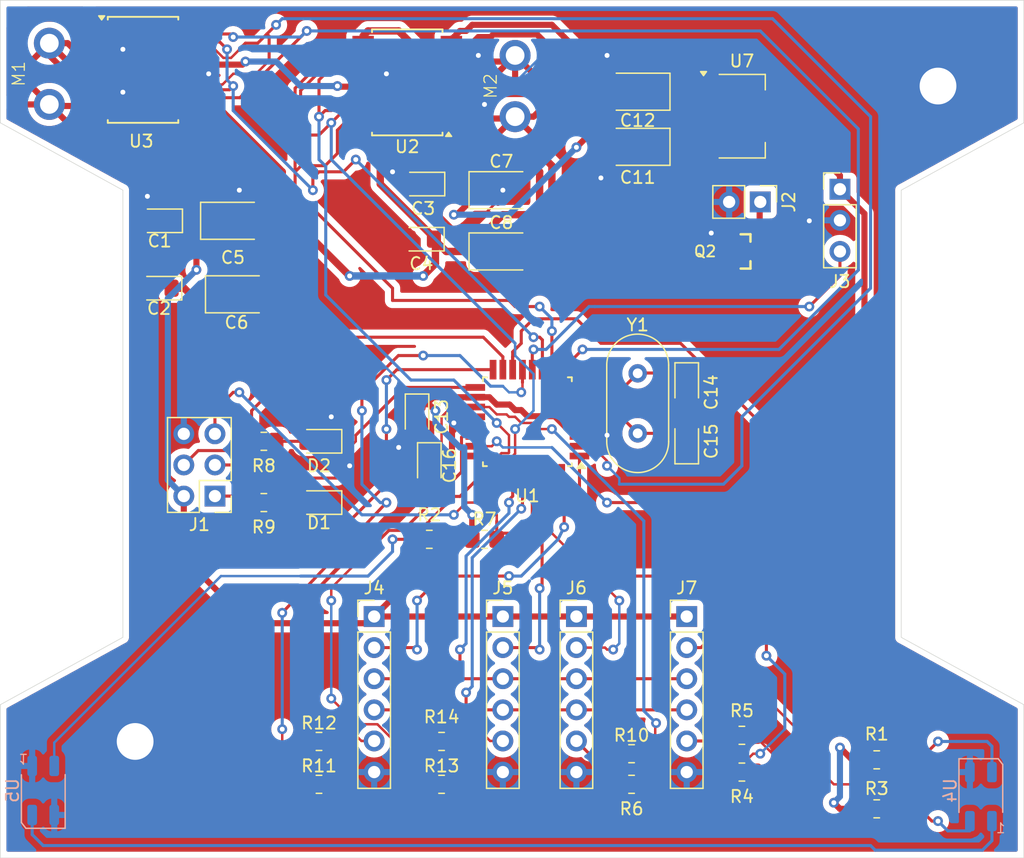
<source format=kicad_pcb>
(kicad_pcb (version 20240108) (generator "pcbnew") (generator_version "8.0")
  (layers (0 "F.Cu" signal) (31 "B.Cu" signal) (34 "B.Paste" user) (35 "F.Paste" user) (36 "B.SilkS" user "B.Silkscreen") (37 "F.SilkS" user "F.Silkscreen") (38 "B.Mask" user) (39 "F.Mask" user) (44 "Edge.Cuts" user))
  (net 0 "")
  (net 1 "GND")
  (net 2 "+5V")
  (net 3 "+BATT")
  (net 4 "Net-(U1-XTAL2{slash}PB7)")
  (net 5 "Net-(U1-XTAL1{slash}PB6)")
  (net 6 "Net-(U1-AREF)")
  (net 7 "Net-(D1-A)")
  (net 8 "Net-(D2-A)")
  (net 9 "RST")
  (net 10 "Net-(J2-Pin_1)")
  (net 11 "START")
  (net 12 "GPIO_3")
  (net 13 "SDA")
  (net 14 "SCL")
  (net 15 "Net-(J4-Pin_5)")
  (net 16 "GPIO_1")
  (net 17 "SCK")
  (net 18 "Net-(J5-Pin_5)")
  (net 19 "GPIO_2")
  (net 20 "Net-(J6-Pin_5)")
  (net 21 "MISO")
  (net 22 "MOSI")
  (net 23 "Net-(J7-Pin_5)")
  (net 24 "GPIO_4")
  (net 25 "Net-(M1-Pad2)")
  (net 26 "Net-(M1-Pad1)")
  (net 27 "/MOTOR_DRIVER/motor")
  (net 28 "Net-(M2-Pad2)")
  (net 29 "Net-(U4-A)")
  (net 30 "LS2")
  (net 31 "LS1")
  (net 32 "X_4")
  (net 33 "X_2")
  (net 34 "X_3")
  (net 35 "X_1")
  (net 36 "L_DIR_2")
  (net 37 "R_DIR_2")
  (net 38 "L_DIR_1")
  (net 39 "R_DIR_1")
  (net 40 "L_PWM")
  (net 41 "R_PWM")
  (net 42 "Net-(U4-K)")
  (footprint "Package_SO:SSOP-24_5.3x8.2mm_P0.65mm" (layer "F.Cu") (at 73.7 88.7 180)
    (property "Reference" "U2")
    (property "Value" "TB6612FNG")
  )
  (footprint "Capacitor_Tantalum_SMD:CP_EIA-3528-21_Kemet-B_Pad1.50x2.35mm_HandSolder" (layer "F.Cu") (at 81.375 102.5)
    (property "Reference" "C8")
    (property "Value" "10u")
  )
  (footprint "Connector_PinHeader_2.54mm:PinHeader_1x06_P2.54mm_Vertical" (layer "F.Cu") (at 71 132.3)
    (property "Reference" "J4")
    (property "Value" "Conn_01x06_Pin")
  )
  (footprint "Resistor_SMD:R_0805_2012Metric_Pad1.20x1.40mm_HandSolder" (layer "F.Cu") (at 80 126)
    (property "Reference" "R7")
    (property "Value" "10k")
  )
  (footprint "LED_SMD:LED_0805_2012Metric_Pad1.15x1.40mm_HandSolder" (layer "F.Cu") (at 96.5 113.45 -90)
    (property "Reference" "C14")
    (property "Value" "22p")
  )
  (footprint "Resistor_SMD:R_0805_2012Metric_Pad1.20x1.40mm_HandSolder" (layer "F.Cu") (at 92 143.5 180)
    (property "Reference" "R10")
    (property "Value" "2k")
  )
  (footprint "AO3401mosfet:SOT23-3" (layer "F.Cu") (at 101 102.5 180)
    (property "Reference" "Q2")
    (property "Value" "AO3401A")
  )
  (footprint "Connector_PinHeader_2.54mm:PinHeader_1x06_P2.54mm_Vertical" (layer "F.Cu") (at 81.5 132.3)
    (property "Reference" "J5")
    (property "Value" "Conn_01x06_Pin")
  )
  (footprint "Crystal:Crystal_HC18-U_Vertical" (layer "F.Cu") (at 92.5 117.35 90)
    (property "Reference" "Y1")
    (property "Value" "Crystal")
  )
  (footprint "LED_SMD:LED_0805_2012Metric_Pad1.15x1.40mm_HandSolder" (layer "F.Cu") (at 96.5 117.975 90)
    (property "Reference" "C15")
    (property "Value" "22p")
  )
  (footprint "Resistor_SMD:R_0805_2012Metric_Pad1.20x1.40mm_HandSolder" (layer "F.Cu") (at 76.5 142.5)
    (property "Reference" "R14")
    (property "Value" "2k")
  )
  (footprint "LED_SMD:LED_0805_2012Metric_Pad1.15x1.40mm_HandSolder" (layer "F.Cu") (at 74.85 101.5 180)
    (property "Reference" "C4")
    (property "Value" "100n")
  )
  (footprint "LED_SMD:LED_0805_2012Metric_Pad1.15x1.40mm_HandSolder" (layer "F.Cu") (at 75.5 119.975 -90)
    (property "Reference" "C16")
    (property "Value" "100n")
  )
  (footprint "Package_TO_SOT_SMD:SOT-223-3_TabPin2" (layer "F.Cu") (at 101 91.46)
    (property "Reference" "U7")
    (property "Value" "AMS1117-5.0")
  )
  (footprint "Resistor_SMD:R_0805_2012Metric_Pad1.20x1.40mm_HandSolder" (layer "F.Cu") (at 112 148)
    (property "Reference" "R3")
    (property "Value" "10k")
  )
  (footprint "Resistor_SMD:R_0805_2012Metric_Pad1.20x1.40mm_HandSolder" (layer "F.Cu") (at 75.5 126 180)
    (property "Reference" "R2")
    (property "Value" "10k")
  )
  (footprint "Resistor_SMD:R_0805_2012Metric_Pad1.20x1.40mm_HandSolder" (layer "F.Cu") (at 101 145)
    (property "Reference" "R4")
    (property "Value" "1k")
  )
  (footprint "Motors_KoNaR:Motor" (layer "F.Cu") (at 85 89 90)
    (property "Reference" "M2")
    (property "Value" "~")
  )
  (footprint "LED_SMD:LED_0805_2012Metric_Pad1.15x1.40mm_HandSolder" (layer "F.Cu") (at 74.5 116 -90)
    (property "Reference" "C13")
    (property "Value" "100n")
  )
  (footprint "Resistor_SMD:R_0805_2012Metric_Pad1.20x1.40mm_HandSolder" (layer "F.Cu") (at 66.5 142.5)
    (property "Reference" "R12")
    (property "Value" "2k")
  )
  (footprint "Resistor_SMD:R_0805_2012Metric_Pad1.20x1.40mm_HandSolder" (layer "F.Cu") (at 62 123)
    (property "Reference" "R9")
    (property "Value" "1k")
  )
  (footprint "LED_SMD:LED_0805_2012Metric_Pad1.15x1.40mm_HandSolder" (layer "F.Cu") (at 66.5 123 180)
    (property "Reference" "D1")
    (property "Value" "LED")
  )
  (footprint "Connector_PinHeader_2.54mm:PinHeader_2x03_P2.54mm_Vertical" (layer "F.Cu") (at 58.01 122.47 180)
    (property "Reference" "J1")
    (property "Value" "SPI")
  )
  (footprint "Capacitor_Tantalum_SMD:CP_EIA-3528-21_Kemet-B_Pad1.50x2.35mm_HandSolder" (layer "F.Cu") (at 59.475 100)
    (property "Reference" "C5")
    (property "Value" "10u")
  )
  (footprint "Resistor_SMD:R_0805_2012Metric_Pad1.20x1.40mm_HandSolder" (layer "F.Cu") (at 76.5 146 180)
    (property "Reference" "R13")
    (property "Value" "1k")
  )
  (footprint "Connector_PinHeader_2.54mm:PinHeader_1x03_P2.54mm_Vertical" (layer "F.Cu") (at 109 97.42)
    (property "Reference" "J3")
    (property "Value" "Conn_01x03_Pin")
  )
  (footprint "Capacitor_Tantalum_SMD:CP_EIA-3528-21_Kemet-B_Pad1.50x2.35mm_HandSolder" (layer "F.Cu") (at 92.5 93.96 180)
    (property "Reference" "C11")
    (property "Value" "10u")
  )
  (footprint "Resistor_SMD:R_0805_2012Metric_Pad1.20x1.40mm_HandSolder" (layer "F.Cu") (at 92 146 180)
    (property "Reference" "R6")
    (property "Value" "1k")
  )
  (footprint "Capacitor_Tantalum_SMD:CP_EIA-3528-21_Kemet-B_Pad1.50x2.35mm_HandSolder" (layer "F.Cu") (at 81.375 97.5)
    (property "Reference" "C7")
    (property "Value" "10u")
  )
  (footprint "Package_QFP:TQFP-32_7x7mm_P0.8mm" (layer "F.Cu") (at 83.5 116.4 180)
    (property "Reference" "U1")
    (property "Value" "ATmega328P-A")
  )
  (footprint "Resistor_SMD:R_0805_2012Metric_Pad1.20x1.40mm_HandSolder" (layer "F.Cu") (at 101 142 180)
    (property "Reference" "R5")
    (property "Value" "2k")
  )
  (footprint "Connector_PinHeader_2.54mm:PinHeader_1x06_P2.54mm_Vertical" (layer "F.Cu") (at 87.5 132.3)
    (property "Reference" "J6")
    (property "Value" "Conn_01x06_Pin")
  )
  (footprint "Resistor_SMD:R_0805_2012Metric_Pad1.20x1.40mm_HandSolder" (layer "F.Cu") (at 66.5 146 180)
    (property "Reference" "R11")
    (property "Value" "1k")
  )
  (footprint "LED_SMD:LED_0805_2012Metric_Pad1.15x1.40mm_HandSolder" (layer "F.Cu") (at 53.45 105.5 180)
    (property "Reference" "C2")
    (property "Value" "100n")
  )
  (footprint "LED_SMD:LED_0805_2012Metric_Pad1.15x1.40mm_HandSolder" (layer "F.Cu") (at 66.5 118 180)
    (property "Reference" "D2")
    (property "Value" "LED")
  )
  (footprint "Connector_PinHeader_2.54mm:PinHeader_1x02_P2.54mm_Vertical" (layer "F.Cu") (at 102.5 98.46 -90)
    (property "Reference" "J2")
    (property "Value" "Conn_01x02_Pin")
  )
  (footprint "LED_SMD:LED_0805_2012Metric_Pad1.15x1.40mm_HandSolder" (layer "F.Cu") (at 74.9 97 180)
    (property "Reference" "C3")
    (property "Value" "100n")
  )
  (footprint "LED_SMD:LED_0805_2012Metric_Pad1.15x1.40mm_HandSolder" (layer "F.Cu") (at 53.5 100 180)
    (property "Reference" "C1")
    (property "Value" "100n")
  )
  (footprint "Resistor_SMD:R_0805_2012Metric_Pad1.20x1.40mm_HandSolder" (layer "F.Cu") (at 112 144)
    (property "Reference" "R1")
    (property "Value" "200R")
  )
  (footprint "Connector_PinHeader_2.54mm:PinHeader_1x06_P2.54mm_Vertical" (layer "F.Cu") (at 96.5 132.3)
    (property "Reference" "J7")
    (property "Value" "Conn_01x06_Pin")
  )
  (footprint "Resistor_SMD:R_0805_2012Metric_Pad1.20x1.40mm_HandSolder" (layer "F.Cu") (at 62 118)
    (property "Reference" "R8")
    (property "Value" "1k")
  )
  (footprint "Motors_KoNaR:Motor" (layer "F.Cu") (at 47 88 90)
    (property "Reference" "M1")
    (property "Value" "~")
  )
  (footprint "Package_SO:SSOP-24_5.3x8.2mm_P0.65mm" (layer "F.Cu") (at 52.144 87.675)
    (property "Reference" "U3")
    (property "Value" "TB6612FNG")
  )
  (footprint "Capacitor_Tantalum_SMD:CP_EIA-3528-21_Kemet-B_Pad1.50x2.35mm_HandSolder" (layer "F.Cu") (at 92.5 89.46 180)
    (property "Reference" "C12")
    (property "Value" "10u")
  )
  (footprint "Capacitor_Tantalum_SMD:CP_EIA-3528-21_Kemet-B_Pad1.50x2.35mm_HandSolder" (layer "F.Cu") (at 59.875 106)
    (property "Reference" "C6")
    (property "Value" "10u")
  )
  (footprint "OptoDevice:Everlight_ITR1201SR10AR" (layer "B.Cu") (at 120.5 147 180)
    (property "Reference" "U4")
    (property "Value" "ITR8307")
  )
  (footprint "OptoDevice:Everlight_ITR1201SR10AR" (layer "B.Cu") (at 44 146.5)
    (property "Reference" "U5")
    (property "Value" "ITR8307")
  )
  (gr_line (start 40.5 152) (end 124 152) (stroke (width 0.05)) (layer "Edge.Cuts"))
  (gr_line (start 40.5 152) (end 40.5 139.5) (stroke (width 0.05)) (layer "Edge.Cuts"))
  (gr_line (start 40.5 82) (end 40.5 92) (stroke (width 0.05)) (layer "Edge.Cuts"))
  (gr_line (start 114 134) (end 114 97.5) (stroke (width 0.05)) (layer "Edge.Cuts"))
  (gr_line (start 40.5 92) (end 50.5 97.5) (stroke (width 0.05)) (layer "Edge.Cuts"))
  (gr_line (start 124 82) (end 40.5 82) (stroke (width 0.05)) (layer "Edge.Cuts"))
  (gr_line (start 124 152) (end 124 139.5) (stroke (width 0.05)) (layer "Edge.Cuts"))
  (gr_line (start 50.5 134) (end 50.5 97.5) (stroke (width 0.05)) (layer "Edge.Cuts"))
  (gr_line (start 124 92) (end 124 82) (stroke (width 0.05)) (layer "Edge.Cuts"))
  (gr_line (start 50.5 134) (end 40.5 139.5) (stroke (width 0.05)) (layer "Edge.Cuts"))
  (gr_line (start 114 97.5) (end 124 92) (stroke (width 0.05)) (layer "Edge.Cuts"))
  (gr_line (start 124 139.5) (end 114 134) (stroke (width 0.05)) (layer "Edge.Cuts"))
  (segment (start 90.875 93.96) (end 89.5 95.335) (width 0.2) (layer "F.Cu") (net 1))
  (segment (start 50.3 89.3) (end 48.544 89.3) (width 0.2) (layer "F.Cu") (net 1))
  (segment (start 48.594 86) (end 48.544 86.05) (width 0.2) (layer "F.Cu") (net 1))
  (segment (start 71 145) (end 69.5 143.5) (width 0.2) (layer "F.Cu") (net 1))
  (segment (start 69.5 143.5) (end 68.5 143.5) (width 0.2) (layer "F.Cu") (net 1))
  (segment (start 88.5 147.5) (end 87.5 146.5) (width 0.2) (layer "F.Cu") (net 1))
  (segment (start 77.5 116.5) (end 77.8 116.8) (width 0.2) (layer "F.Cu") (net 1))
  (segment (start 61 108) (end 61.5 107.5) (width 0.2) (layer "F.Cu") (net 1))
  (segment (start 79.825 90.325) (end 77.3 90.325) (width 0.2) (layer "F.Cu") (net 1))
  (segment (start 61.5 107.5) (end 61.5 106) (width 0.2) (layer "F.Cu") (net 1))
  (segment (start 60 97.5) (end 61.1 98.6) (width 0.2) (layer "F.Cu") (net 1))
  (segment (start 73.875 97) (end 77.825 100.95) (width 0.2) (layer "F.Cu") (net 1))
  (segment (start 68.5 143.5) (end 67.925 142.925) (width 0.2) (layer "F.Cu") (net 1))
  (segment (start 61.1 98.6) (end 61.1 100) (width 0.2) (layer "F.Cu") (net 1))
  (segment (start 98.5 101) (end 99.45 101) (width 0.2) (layer "F.Cu") (net 1))
  (segment (start 77.3 90.975) (end 79.525 90.975) (width 0.2) (layer "F.Cu") (net 1))
  (segment (start 72 88) (end 71.625 88.375) (width 0.2) (layer "F.Cu") (net 1))
  (segment (start 72.5 96) (end 72.875 96) (width 0.2) (layer "F.Cu") (net 1))
  (segment (start 52.475 98.025) (end 52.5 98) (width 0.2) (layer "F.Cu") (net 1))
  (segment (start 95.69 87) (end 91.25 87) (width 0.2) (layer "F.Cu") (net 1))
  (segment (start 104.5 146) (end 104.5 144.5) (width 0.2) (layer "F.Cu") (net 1))
  (segment (start 67.5 116) (end 67.525 116.025) (width 0.2) (layer "F.Cu") (net 1))
  (segment (start 79.425 86.425) (end 79.5 86.5) (width 0.2) (layer "F.Cu") (net 1))
  (segment (start 97.85 89.16) (end 95.69 87) (width 0.2) (layer "F.Cu") (net 1))
  (segment (start 77.3 86.425) (end 79.425 86.425) (width 0.2) (layer "F.Cu") (net 1))
  (segment (start 91.25 87) (end 90.875 87.375) (width 0.2) (layer "F.Cu") (net 1))
  (segment (start 73 118.5) (end 75.5 121) (width 0.2) (layer "F.Cu") (net 1))
  (segment (start 50.5 89.5) (end 50.3 89.3) (width 0.2) (layer "F.Cu") (net 1))
  (segment (start 78.5 143.5) (end 77.925 142.925) (width 0.2) (layer "F.Cu") (net 1))
  (segment (start 106.5 100) (end 106.54 99.96) (width 0.2) (layer "F.Cu") (net 1))
  (segment (start 77.825 100.95) (end 78.509744 100.95) (width 0.2) (layer "F.Cu") (net 1))
  (segment (start 106.54 99.96) (end 109 99.96) (width 0.2) (layer "F.Cu") (net 1))
  (segment (start 81.5 97.959744) (end 81.5 97.5) (width 0.2) (layer "F.Cu") (net 1))
  (segment (start 55.47 114.03) (end 61 108.5) (width 0.2) (layer "F.Cu") (net 1))
  (segment (start 87.75 116) (end 88.5 116) (width 0.2) (layer "F.Cu") (net 1))
  (segment (start 69 121.525) (end 69 120) (width 0.2) (layer "F.Cu") (net 1))
  (segment (start 72.875 96) (end 73.875 97) (width 0.2) (layer "F.Cu") (net 1))
  (segment (start 90 86.5) (end 90.875 87.375) (width 0.2) (layer "F.Cu") (net 1))
  (segment (start 102.425 142.425) (end 102 142.425) (width 0.2) (layer "F.Cu") (net 1))
  (segment (start 79.525 90.975) (end 80 90.5) (width 0.2) (layer "F.Cu") (net 1))
  (segment (start 98.5 99.92) (end 99.96 98.46) (width 0.2) (layer "F.Cu") (net 1))
  (segment (start 93 143.5) (end 91.9 144.6) (width 0.2) (layer "F.Cu") (net 1))
  (segment (start 73 118.5) (end 74.475 117.025) (width 0.2) (layer "F.Cu") (net 1))
  (segment (start 78.925 87.075) (end 77.3 87.075) (width 0.2) (layer "F.Cu") (net 1))
  (segment (start 87.5 146.5) (end 87.5 145) (width 0.2) (layer "F.Cu") (net 1))
  (segment (start 90.5 148) (end 90 147.5) (width 0.2) (layer "F.Cu") (net 1))
  (segment (start 80 143.5) (end 78.5 143.5) (width 0.2) (layer "F.Cu") (net 1))
  (segment (start 50.5 86) (end 48.594 86) (width 0.2) (layer "F.Cu") (net 1))
  (segment (start 71.625 88.375) (end 70.1 88.375) (width 0.2) (layer "F.Cu") (net 1))
  (segment (start 89.9 117.6) (end 90 117.5) (width 0.2) (layer "F.Cu") (net 1))
  (segment (start 52.475 100) (end 52.475 98.025) (width 0.2) (layer "F.Cu") (net 1))
  (segment (start 88.5 116) (end 90 117.5) (width 0.2) (layer "F.Cu") (net 1))
  (segment (start 77.8 116.8) (end 79.25 116.8) (width 0.2) (layer "F.Cu") (net 1))
  (segment (start 67.525 116.025) (end 67.525 118) (width 0.2) (layer "F.Cu") (net 1))
  (segment (start 87.75 117.6) (end 89.9 117.6) (width 0.2) (layer "F.Cu") (net 1))
  (segment (start 98.5 101) (end 98.5 99.92) (width 0.2) (layer "F.Cu") (net 1))
  (segment (start 79.5 86.5) (end 78.925 87.075) (width 0.2) (layer "F.Cu") (net 1))
  (segment (start 89.5 95.335) (end 89.5 96.5) (width 0.2) (layer "F.Cu") (net 1))
  (segment (start 104.5 144.5) (end 102.425 142.425) (width 0.2) (layer "F.Cu") (net 1))
  (segment (start 81.5 97.5) (end 83 97.5) (width 0.2) (layer "F.Cu") (net 1))
  (segment (start 77.5 119) (end 77.5 116.5) (width 0.2) (layer "F.Cu") (net 1))
  (segment (start 99.45 101) (end 100 101.55) (width 0.2) (layer "F.Cu") (net 1))
  (segment (start 91.9 144.6) (end 91.9 147.6) (width 0.2) (layer "F.Cu") (net 1))
  (segment (start 55.47 117.39) (end 55.47 114.03) (width 0.2) (layer "F.Cu") (net 1))
  (segment (start 80 90.5) (end 79.825 90.325) (width 0.2) (layer "F.Cu") (net 1))
  (segment (start 91.9 147.6) (end 91.5 148) (width 0.2) (layer "F.Cu") (net 1))
  (segment (start 102.5 148) (end 104.5 146) (width 0.2) (layer "F.Cu") (net 1))
  (segment (start 91.5 148) (end 90.5 148) (width 0.2) (layer "F.Cu") (net 1))
  (segment (start 90.875 87.375) (end 90.875 89.46) (width 0.2) (layer "F.Cu") (net 1))
  (segment (start 75.5 121) (end 77.5 119) (width 0.2) (layer "F.Cu") (net 1))
  (segment (start 90 147.5) (end 88.5 147.5) (width 0.2) (layer "F.Cu") (net 1))
  (segment (start 99.5 148) (end 102.5 148) (width 0.2) (layer "F.Cu") (net 1))
  (segment (start 78.509744 100.95) (end 81.5 97.959744) (width 0.2) (layer "F.Cu") (net 1))
  (segment (start 81.5 145) (end 80 143.5) (width 0.2) (layer "F.Cu") (net 1))
  (segment (start 96.5 145) (end 99.5 148) (width 0.2) (layer "F.Cu") (net 1))
  (segment (start 74.475 117.025) (end 74.5 117.025) (width 0.2) (layer "F.Cu") (net 1))
  (segment (start 57.5 88) (end 55.744 88) (width 0.2) (layer "F.Cu") (net 1))
  (segment (start 61 108.5) (end 61 108) (width 0.2) (layer "F.Cu") (net 1))
  (segment (start 67.525 123) (end 69 121.525) (width 0.2) (layer "F.Cu") (net 1))
  (via (at 79.5 86.5) (size 0.8) (drill 0.4) (layers "F.Cu" "B.Cu") (net 1))
  (via (at 98.5 101) (size 0.8) (drill 0.4) (layers "F.Cu" "B.Cu") (net 1))
  (via (at 90 86.5) (size 0.8) (drill 0.4) (layers "F.Cu" "B.Cu") (net 1))
  (via (at 73 118.5) (size 0.8) (drill 0.4) (layers "F.Cu" "B.Cu") (net 1))
  (via (at 72.5 96) (size 0.8) (drill 0.4) (layers "F.Cu" "B.Cu") (net 1))
  (via (at 67.5 116) (size 0.8) (drill 0.4) (layers "F.Cu" "B.Cu") (net 1))
  (via (at 81.5 97.5) (size 0.8) (drill 0.4) (layers "F.Cu" "B.Cu") (net 1))
  (via (at 60 97.5) (size 0.8) (drill 0.4) (layers "F.Cu" "B.Cu") (net 1))
  (via (at 72 88) (size 0.8) (drill 0.4) (layers "F.Cu" "B.Cu") (net 1))
  (via (at 57.5 88) (size 0.8) (drill 0.4) (layers "F.Cu" "B.Cu") (net 1))
  (via (at 89.5 96.5) (size 0.8) (drill 0.4) (layers "F.Cu" "B.Cu") (net 1))
  (via (at 51.5 142.5) (size 5) (drill 3) (layers "F.Cu" "B.Cu") (net 1))
  (via (at 106.5 100) (size 0.8) (drill 0.4) (layers "F.Cu" "B.Cu") (net 1))
  (via (at 50.5 89.5) (size 0.8) (drill 0.4) (layers "F.Cu" "B.Cu") (net 1))
  (via (at 77.5 116.5) (size 0.8) (drill 0.4) (layers "F.Cu" "B.Cu") (net 1))
  (via (at 52.5 98) (size 0.8) (drill 0.4) (layers "F.Cu" "B.Cu") (net 1))
  (via (at 69 120) (size 0.8) (drill 0.4) (layers "F.Cu" "B.Cu") (net 1))
  (via (at 117 89) (size 5) (drill 3) (layers "F.Cu" "B.Cu") (net 1))
  (via (at 50.5 86) (size 0.8) (drill 0.4) (layers "F.Cu" "B.Cu") (net 1))
  (via (at 90 117.5) (size 0.8) (drill 0.4) (layers "F.Cu" "B.Cu") (net 1))
  (via (at 80 90.5) (size 0.8) (drill 0.4) (layers "F.Cu" "B.Cu") (net 1))
  (segment (start 68 116) (end 67.5 116) (width 0.2) (layer "B.Cu") (net 1))
  (segment (start 80 90.5) (end 80.709002 90.5) (width 0.2) (layer "B.Cu") (net 1))
  (segment (start 52.5 98) (end 57.5 98) (width 0.2) (layer "B.Cu") (net 1))
  (segment (start 94 101) (end 98.5 101) (width 0.2) (layer "B.Cu") (net 1))
  (segment (start 73 113.01005) (end 71.98995 112) (width 0.2) (layer "B.Cu") (net 1))
  (segment (start 89.5 96.5) (end 94 101) (width 0.2) (layer "B.Cu") (net 1))
  (segment (start 69 120) (end 69 117) (width 0.2) (layer "B.Cu") (net 1))
  (segment (start 58.25 97.25) (end 58.5 97.5) (width 0.2) (layer "B.Cu") (net 1))
  (segment (start 80.709002 90.5) (end 84.709002 86.5) (width 0.2) (layer "B.Cu") (net 1))
  (segment (start 57.5 98) (end 58.25 97.25) (width 0.2) (layer "B.Cu") (net 1))
  (segment (start 71.98995 112) (end 71.5 112) (width 0.2) (layer "B.Cu") (net 1))
  (segment (start 71.5 112) (end 67.5 116) (width 0.2) (layer "B.Cu") (net 1))
  (segment (start 84.709002 86.5) (end 90 86.5) (width 0.2) (layer "B.Cu") (net 1))
  (segment (start 50.5 89.5) (end 58.25 97.25) (width 0.2) (layer "B.Cu") (net 1))
  (segment (start 69 117) (end 68 116) (width 0.2) (layer "B.Cu") (net 1))
  (segment (start 73 118.5) (end 73 113.01005) (width 0.2) (layer "B.Cu") (net 1))
  (segment (start 58.5 97.5) (end 60 97.5) (width 0.2) (layer "B.Cu") (net 1))
  (segment (start 73 95) (end 72.5 94.5) (width 0.5) (layer "F.Cu") (net 2))
  (segment (start 56 98.5) (end 54.525 99.975) (width 0.5) (layer "F.Cu") (net 2))
  (segment (start 72.05 89.05) (end 73.5 90.5) (width 0.5) (layer "F.Cu") (net 2))
  (segment (start 60.25 87.25) (end 58.25 87.25) (width 0.5) (layer "F.Cu") (net 2))
  (segment (start 92.5 91.085) (end 94.125 89.46) (width 0.5) (layer "F.Cu") (net 2))
  (segment (start 56 97.5) (end 56 98.5) (width 0.5) (layer "F.Cu") (net 2))
  (segment (start 82.5 115.45) (end 83 115.45) (width 0.5) (layer "F.Cu") (net 2))
  (segment (start 110 144) (end 109 143) (width 0.5) (layer "F.Cu") (net 2))
  (segment (start 73.5 93.5) (end 75.925 95.925) (width 0.5) (layer "F.Cu") (net 2))
  (segment (start 74.5 114.975) (end 75.475 114.975) (width 0.5) (layer "F.Cu") (net 2))
  (segment (start 75.925 95.925) (end 75.925 97) (width 0.5) (layer "F.Cu") (net 2))
  (segment (start 87.5 94) (end 90.415 91.085) (width 0.5) (layer "F.Cu") (net 2))
  (segment (start 68.05 89.05) (end 72.05 89.05) (width 0.5) (layer "F.Cu") (net 2))
  (segment (start 111 99.42) (end 109 97.42) (width 0.5) (layer "F.Cu") (net 2))
  (segment (start 109 96.31) (end 104.15 91.46) (width 0.5) (layer "F.Cu") (net 2))
  (segment (start 85.725 115.95) (end 86.575 116.8) (width 0.5) (layer "F.Cu") (net 2))
  (segment (start 111 144) (end 110 144) (width 0.5) (layer "F.Cu") (net 2))
  (segment (start 76.5 126) (end 79 126) (width 0.5) (layer "F.Cu") (net 2))
  (segment (start 77.75 99.5) (end 77.5 99.5) (width 0.5) (layer "F.Cu") (net 2))
  (segment (start 71 132.3) (end 70.45 132.85) (width 0.5) (layer "F.Cu") (net 2))
  (segment (start 52.5 87.5) (end 52.5 96) (width 0.5) (layer "F.Cu") (net 2))
  (segment (start 80.4 114.4) (end 81 115) (width 0.5) (layer "F.Cu") (net 2))
  (segment (start 55.5 127.5) (end 55.5 126.5) (width 0.5) (layer "F.Cu") (net 2))
  (segment (start 79.75 97.5) (end 77.75 99.5) (width 0.5) (layer "F.Cu") (net 2))
  (segment (start 57.725 86.725) (end 57.5 86.725) (width 0.5) (layer "F.Cu") (net 2))
  (segment (start 87.5 132.3) (end 96.5 132.3) (width 0.5) (layer "F.Cu") (net 2))
  (segment (start 72.5 94.5) (end 72.5 90.725) (width 0.5) (layer "F.Cu") (net 2))
  (segment (start 79.25 114.4) (end 80.4 114.4) (width 0.5) (layer "F.Cu") (net 2))
  (segment (start 83 115.45) (end 83.5 115.95) (width 0.5) (layer "F.Cu") (net 2))
  (segment (start 54.525 98.025) (end 54.525 100) (width 0.5) (layer "F.Cu") (net 2))
  (segment (start 75.25 114.975) (end 74.5 114.975) (width 0.5) (layer "F.Cu") (net 2))
  (segment (start 81.5 132.3) (end 71 132.3) (width 0.5) (layer "F.Cu") (net 2))
  (segment (start 81.5 132.3) (end 87.5 132.3) (width 0.5) (layer "F.Cu") (net 2))
  (segment (start 90.415 91.085) (end 92.5 91.085) (width 0.5) (layer "F.Cu") (net 2))
  (segment (start 75.925 97) (end 73.925 95) (width 0.5) (layer "F.Cu") (net 2))
  (segment (start 75.475 114.975) (end 76 115.5) (width 0.5) (layer "F.Cu") (net 2))
  (segment (start 111 144) (end 111 99.42) (width 0.5) (layer "F.Cu") (net 2))
  (segment (start 53.5 95) (end 56 97.5) (width 0.5) (layer "F.Cu") (net 2))
  (segment (start 55.47 126.47) (end 55.47 122.47) (width 0.5) (layer "F.Cu") (net 2))
  (segment (start 79 126) (end 79 124) (width 0.5) (layer "F.Cu") (net 2))
  (segment (start 54.525 99.975) (end 54.525 100) (width 0.5) (layer "F.Cu") (net 2))
  (segment (start 73.5 90.5) (end 73.5 93.5) (width 0.5) (layer "F.Cu") (net 2))
  (segment (start 75.825 114.4) (end 75.25 114.975) (width 0.5) (layer "F.Cu") (net 2))
  (segment (start 73.925 95) (end 73 95) (width 0.5) (layer "F.Cu") (net 2))
  (segment (start 97.85 91.46) (end 96.125 91.46) (width 0.5) (layer "F.Cu") (net 2))
  (segment (start 72.5 90.725) (end 71.425 89.65) (width 0.5) (layer "F.Cu") (net 2))
  (segment (start 79.25 97) (end 79.75 97.5) (width 0.5) (layer "F.Cu") (net 2))
  (segment (start 111 148) (end 109 148) (width 0.5) (layer "F.Cu") (net 2))
  (segment (start 68 89) (end 68.05 89.05) (width 0.5) (layer "F.Cu") (net 2))
  (segment (start 57.85 100) (end 54.525 100) (width 0.5) (layer "F.Cu") (net 2))
  (segment (start 58.25 87.25) (end 57.725 86.725) (width 0.5) (layer "F.Cu") (net 2))
  (segment (start 71.425 89.65) (end 70.1 89.65) (width 0.5) (layer "F.Cu") (net 2))
  (segment (start 109 148) (end 108.5 147.5) (width 0.5) (layer "F.Cu") (net 2))
  (segment (start 75.925 97) (end 79.25 97) (width 0.5) (layer "F.Cu") (net 2))
  (segment (start 85.725 115.95) (end 86.05 115.95) (width 0.5) (layer "F.Cu") (net 2))
  (segment (start 57.775 86.725) (end 57.5 86.725) (width 0.5) (layer "F.Cu") (net 2))
  (segment (start 83.5 115.95) (end 85.725 115.95) (width 0.5) (layer "F.Cu") (net 2))
  (segment (start 56.5 101.35) (end 57.85 100) (width 0.5) (layer "F.Cu") (net 2))
  (segment (start 109 97.42) (end 109 96.31) (width 0.5) (layer "F.Cu") (net 2))
  (segment (start 54.175 87.325) (end 53.5 88) (width 0.5) (layer "F.Cu") (net 2))
  (segment (start 57.5 86.725) (end 53.275 86.725) (width 0.5) (layer "F.Cu") (net 2))
  (segment (start 54.175 87.325) (end 55.744 87.325) (width 0.5) (layer "F.Cu") (net 2))
  (segment (start 86.05 115.95) (end 86.8 115.2) (width 0.5) (layer "F.Cu") (net 2))
  (segment (start 60.5 87) (end 60.25 87.25) (width 0.5) (layer "F.Cu") (net 2))
  (segment (start 52.5 96) (end 54.525 98.025) (width 0.5) (layer "F.Cu") (net 2))
  (segment (start 55.5 126.5) (end 55.47 126.47) (width 0.5) (layer "F.Cu") (net 2))
  (segment (start 86.8 115.2) (end 87.75 115.2) (width 0.5) (layer "F.Cu") (net 2))
  (segment (start 75.825 114.4) (end 79.25 114.4) (width 0.5) (layer "F.Cu") (net 2))
  (segment (start 53.275 86.725) (end 52.5 87.5) (width 0.5) (layer "F.Cu") (net 2))
  (segment (start 82.05 115) (end 82.5 115.45) (width 0.5) (layer "F.Cu") (net 2))
  (segment (start 104.15 91.46) (end 97.85 91.46) (width 0.5) (layer "F.Cu") (net 2))
  (segment (start 86.575 116.8) (end 87.75 116.8) (width 0.5) (layer "F.Cu") (net 2))
  (segment (start 60.85 132.85) (end 55.5 127.5) (width 0.5) (layer "F.Cu") (net 2))
  (segment (start 56.5 104) (end 56.5 101.35) (width 0.5) (layer "F.Cu") (net 2))
  (segment (start 76.5 126.8) (end 76.5 126) (width 0.5) (layer "F.Cu") (net 2))
  (segment (start 71 132.3) (end 76.5 126.8) (width 0.5) (layer "F.Cu") (net 2))
  (segment (start 81 115) (end 82.05 115) (width 0.5) (layer "F.Cu") (net 2))
  (segment (start 96.125 91.46) (end 94.125 89.46) (width 0.5) (layer "F.Cu") (net 2))
  (segment (start 70.45 132.85) (end 60.85 132.85) (width 0.5) (layer "F.Cu") (net 2))
  (segment (start 53.5 88) (end 53.5 95) (width 0.5) (layer "F.Cu") (net 2))
  (via (at 109 143) (size 0.8) (drill 0.4) (layers "F.Cu" "B.Cu") (net 2))
  (via (at 79 124) (size 0.8) (drill 0.4) (layers "F.Cu" "B.Cu") (net 2))
  (via (at 60.5 87) (size 0.8) (drill 0.4) (layers "F.Cu" "B.Cu") (net 2))
  (via (at 76 115.5) (size 0.8) (drill 0.4) (layers "F.Cu" "B.Cu") (net 2))
  (via (at 108.5 147.5) (size 0.8) (drill 0.4) (layers "F.Cu" "B.Cu") (net 2))
  (via (at 56.5 104) (size 0.8) (drill 0.4) (layers "F.Cu" "B.Cu") (net 2))
  (via (at 68 89) (size 0.8) (drill 0.4) (layers "F.Cu" "B.Cu") (net 2))
  (via (at 87.5 94) (size 0.8) (drill 0.4) (layers "F.Cu" "B.Cu") (net 2))
  (via (at 77.5 99.5) (size 0.8) (drill 0.4) (layers "F.Cu" "B.Cu") (net 2))
  (segment (start 60.5 87) (end 63 87) (width 0.5) (layer "B.Cu") (net 2))
  (segment (start 109 143) (end 109 147) (width 0.5) (layer "B.Cu") (net 2))
  (segment (start 78 118.5) (end 76 116.5) (width 0.5) (layer "B.Cu") (net 2))
  (segment (start 79 124) (end 78.35 123.35) (width 0.5) (layer "B.Cu") (net 2))
  (segment (start 109 147) (end 108.5 147.5) (width 0.5) (layer "B.Cu") (net 2))
  (segment (start 65 89) (end 68 89) (width 0.5) (layer "B.Cu") (net 2))
  (segment (start 78.35 118.5) (end 78 118.5) (width 0.5) (layer "B.Cu") (net 2))
  (segment (start 76 116.5) (end 76 115.5) (width 0.5) (layer "B.Cu") (net 2))
  (segment (start 77.5 99.5) (end 82 99.5) (width 0.5) (layer "B.Cu") (net 2))
  (segment (start 55.47 122.47) (end 54.17 121.17) (width 0.5) (layer "B.Cu") (net 2))
  (segment (start 54.17 121.17) (end 54.17 106.33) (width 0.5) (layer "B.Cu") (net 2))
  (segment (start 54.17 106.33) (end 56.5 104) (width 0.5) (layer "B.Cu") (net 2))
  (segment (start 82 99.5) (end 87.5 94) (width 0.5) (layer "B.Cu") (net 2))
  (segment (start 63 87) (end 65 89) (width 0.5) (layer "B.Cu") (net 2))
  (segment (start 78.35 123.35) (end 78.35 118.5) (width 0.5) (layer "B.Cu") (net 2))
  (segment (start 58.25 106) (end 58.25 103.75) (width 0.6) (layer "F.Cu") (net 3))
  (segment (start 62.35 97.35) (end 62 97) (width 0.6) (layer "F.Cu") (net 3))
  (segment (start 88.585 99.5) (end 94.125 93.96) (width 0.6) (layer "F.Cu") (net 3))
  (segment (start 58.25 103.75) (end 59.5 102.5) (width 0.6) (layer "F.Cu") (net 3))
  (segment (start 75.875 101.375) (end 71.5 97) (width 0.6) (layer "F.Cu") (net 3))
  (segment (start 72.2 85.7) (end 70.1 85.7) (width 0.6) (layer "F.Cu") (net 3))
  (segment (start 101.5 105) (end 101 105.5) (width 0.6) (layer "F.Cu") (net 3))
  (segment (start 85.5 99.5) (end 88.585 99.5) (width 0.6) (layer "F.Cu") (net 3))
  (segment (start 101 105.5) (end 96.5 105.5) (width 0.6) (layer "F.Cu") (net 3))
  (segment (start 75 104.5) (end 76 103.5) (width 0.6) (layer "F.Cu") (net 3))
  (segment (start 61 97) (end 55.744 91.744) (width 0.6) (layer "F.Cu") (net 3))
  (segment (start 80.5 102.5) (end 82.175 100.825) (width 0.6) (layer "F.Cu") (net 3))
  (segment (start 55.5 105.5) (end 56 106) (width 0.6) (layer "F.Cu") (net 3))
  (segment (start 75.5 92.5) (end 77.5 94.5) (width 0.6) (layer "F.Cu") (net 3))
  (segment (start 85.5 95.5) (end 84.5 94.5) (width 0.6) (layer "F.Cu") (net 3))
  (segment (start 70.5 84.5) (end 73 84.5) (width 0.6) (layer "F.Cu") (net 3))
  (segment (start 96.5 105.5) (end 96 105) (width 0.6) (layer "F.Cu") (net 3))
  (segment (start 84 95.5) (end 76.56066 95.5) (width 0.6) (layer "F.Cu") (net 3))
  (segment (start 54.475 105.5) (end 54.338298 105.5) (width 0.7) (layer "F.Cu") (net 3))
  (segment (start 84.5 99) (end 84.5 96) (width 0.6) (layer "F.Cu") (net 3))
  (segment (start 84.5 96) (end 84 95.5) (width 0.6) (layer "F.Cu") (net 3))
  (segment (start 56 106) (end 58.25 106) (width 0.6) (layer "F.Cu") (net 3))
  (segment (start 84.175 100.825) (end 85.5 99.5) (width 0.6) (layer "F.Cu") (net 3))
  (segment (start 71.5 97) (end 71.5 95) (width 0.6) (layer "F.Cu") (net 3))
  (segment (start 76.875 102.5) (end 79.75 102.5) (width 0.6) (layer "F.Cu") (net 3))
  (segment (start 81.5 99.5) (end 84 99.5) (width 0.6) (layer "F.Cu") (net 3))
  (segment (start 96 105) (end 96 97.5) (width 0.6) (layer "F.Cu") (net 3))
  (segment (start 63.5 101) (end 63.5 96) (width 0.6) (layer "F.Cu") (net 3))
  (segment (start 77.5 94.5) (end 84.5 94.5) (width 0.6) (layer "F.Cu") (net 3))
  (segment (start 55.744 91.744) (end 55.744 91.25) (width 0.6) (layer "F.Cu") (net 3))
  (segment (start 97.85 95.65) (end 97.85 93.76) (width 0.6) (layer "F.Cu") (net 3))
  (segment (start 54.475 105.5) (end 55.5 105.5) (width 0.6) (layer "F.Cu") (net 3))
  (segment (start 100 103.45) (end 100.99 103.45) (width 0.6) (layer "F.Cu") (net 3))
  (segment (start 58.25 106) (end 60.75 103.5) (width 0.6) (layer "F.Cu") (net 3))
  (segment (start 51.4 86.994) (end 54.369 84.025) (width 0.6) (layer "F.Cu") (net 3))
  (segment (start 70.125 92.3) (end 70.1 92.3) (width 0.5) (layer "F.Cu") (net 3))
  (segment (start 60.75 103.5) (end 62 103.5) (width 0.6) (layer "F.Cu") (net 3))
  (segment (start 63.5 102) (end 63.5 101) (width 0.6) (layer "F.Cu") (net 3))
  (segment (start 70.175 92.35) (end 70.1 92.35) (width 0.6) (layer "F.Cu") (net 3))
  (segment (start 94.125 93.96) (end 97.65 93.96) (width 0.6) (layer "F.Cu") (net 3))
  (segment (start 70.1 84.9) (end 70.5 84.5) (width 0.6) (layer "F.Cu") (net 3))
  (segment (start 54.369 84.025) (end 55.744 84.025) (width 0.6) (layer "F.Cu") (net 3))
  (segment (start 59.5 102.5) (end 62 102.5) (width 0.6) (layer "F.Cu") (net 3))
  (segment (start 54.475 105.5) (end 51.4 102.425) (width 0.6) (layer "F.Cu") (net 3))
  (segment (start 75.875 101.5) (end 76.875 102.5) (width 0.6) (layer "F.Cu") (net 3))
  (segment (start 62 103.5) (end 63.5 102) (width 0.6) (layer "F.Cu") (net 3))
  (segment (start 63.5 101) (end 65.5 101) (width 0.6) (layer "F.Cu") (net 3))
  (segment (start 76 103.5) (end 76 102.5) (width 0.6) (layer "F.Cu") (net 3))
  (segment (start 100.99 103.45) (end 101.5 103.96) (width 0.6) (layer "F.Cu") (net 3))
  (segment (start 63.5 96) (end 58.175 90.675) (width 0.6) (layer "F.Cu") (net 3))
  (segment (start 71.5 95) (end 70.5 94) (width 0.6) (layer "F.Cu") (net 3))
  (segment (start 76 102.5) (end 76 101.625) (width 0.6) (layer "F.Cu") (net 3))
  (segment (start 74.5 88) (end 72.2 85.7) (width 0.6) (layer "F.Cu") (net 3))
  (segment (start 62 97) (end 61 97) (width 0.6) (layer "F.Cu") (net 3))
  (segment (start 79.75 102.5) (end 80.5 102.5) (width 0.6) (layer "F.Cu") (net 3))
  (segment (start 57.75 105.5) (end 58.25 106) (width 0.5) (layer "F.Cu") (net 3))
  (segment (start 96 97.5) (end 97.85 95.65) (width 0.6) (layer "F.Cu") (net 3))
  (segment (start 85.5 99.5) (end 85.5 98.5) (width 0.6) (layer "F.Cu") (net 3))
  (segment (start 85.5 98.5) (end 85.5 95.5) (width 0.6) (layer "F.Cu") (net 3))
  (segment (start 58.175 90.675) (end 55.744 90.675) (width 0.6) (layer "F.Cu") (net 3))
  (segment (start 75.5 87) (end 75.5 92.5) (width 0.6) (layer "F.Cu") (net 3))
  (segment (start 51.4 102.425) (end 51.4 86.994) (width 0.6) (layer "F.Cu") (net 3))
  (segment (start 75.875 101.5) (end 75.875 101.375) (width 0.6) (layer "F.Cu") (net 3))
  (segment (start 82.175 100.825) (end 84.175 100.825) (width 0.6) (layer "F.Cu") (net 3))
  (segment (start 76 101.625) (end 75.875 101.5) (width 0.5) (layer "F.Cu") (net 3))
  (segment (start 65.5 101) (end 69 104.5) (width 0.6) (layer "F.Cu") (net 3))
  (segment (start 62 102.5) (end 62.35 102.15) (width 0.6) (layer "F.Cu") (net 3))
  (segment (start 79.75 101.25) (end 81.5 99.5) (width 0.6) (layer "F.Cu") (net 3))
  (segment (start 97.65 93.96) (end 97.85 93.76) (width 0.6) (layer "F.Cu") (net 3))
  (segment (start 74.5 93.43934) (end 74.5 88) (width 0.6) (layer "F.Cu") (net 3))
  (segment (start 62.35 102.15) (end 62.35 97.35) (width 0.6) (layer "F.Cu") (net 3))
  (segment (start 76.56066 95.5) (end 74.5 93.43934) (width 0.6) (layer "F.Cu") (net 3))
  (segment (start 70.5 92.675) (end 70.175 92.35) (width 0.6) (layer "F.Cu") (net 3))
  (segment (start 101.5 103.96) (end 101.5 105) (width 0.6) (layer "F.Cu") (net 3))
  (segment (start 70.5 94) (end 70.5 92.675) (width 0.6) (layer "F.Cu") (net 3))
  (segment (start 73 84.5) (end 75.5 87) (width 0.6) (layer "F.Cu") (net 3))
  (segment (start 84 99.5) (end 84.5 99) (width 0.6) (layer "F.Cu") (net 3))
  (segment (start 79.75 102.5) (end 79.75 101.25) (width 0.6) (layer "F.Cu") (net 3))
  (via (at 69 104.5) (size 0.8) (drill 0.4) (layers "F.Cu" "B.Cu") (net 3))
  (via (at 75 104.5) (size 0.8) (drill 0.4) (layers "F.Cu" "B.Cu") (net 3))
  (segment (start 69 104.5) (end 75 104.5) (width 0.6) (layer "B.Cu") (net 3))
  (segment (start 92.525 112.425) (end 92.5 112.45) (width 0.25) (layer "F.Cu") (net 4))
  (segment (start 91.35 113.6) (end 92.5 112.45) (width 0.25) (layer "F.Cu") (net 4))
  (segment (start 96.5 112.425) (end 92.525 112.425) (width 0.25) (layer "F.Cu") (net 4))
  (segment (start 87.75 113.6) (end 91.35 113.6) (width 0.25) (layer "F.Cu") (net 4))
  (segment (start 89.55 114.4) (end 87.75 114.4) (width 0.25) (layer "F.Cu") (net 5))
  (segment (start 94.85 117.35) (end 96.5 119) (width 0.25) (layer "F.Cu") (net 5))
  (segment (start 92.5 117.35) (end 89.55 114.4) (width 0.25) (layer "F.Cu") (net 5))
  (segment (start 92.5 117.35) (end 94.85 117.35) (width 0.25) (layer "F.Cu") (net 5))
  (segment (start 78.5 116) (end 79.25 116) (width 0.2) (layer "F.Cu") (net 6))
  (segment (start 76.05 118.95) (end 76.5 118.5) (width 0.2) (layer "F.Cu") (net 6))
  (segment (start 78 115.5) (end 78.5 116) (width 0.2) (layer "F.Cu") (net 6))
  (segment (start 75.5 118.95) (end 76.05 118.95) (width 0.2) (layer "F.Cu") (net 6))
  (segment (start 76.5 118.5) (end 76.5 116) (width 0.2) (layer "F.Cu") (net 6))
  (segment (start 77 115.5) (end 78 115.5) (width 0.2) (layer "F.Cu") (net 6))
  (segment (start 76.5 116) (end 77 115.5) (width 0.2) (layer "F.Cu") (net 6))
  (segment (start 63 123) (end 65.475 123) (width 0.25) (layer "F.Cu") (net 7))
  (segment (start 63 118) (end 65.475 118) (width 0.25) (layer "F.Cu") (net 8))
  (segment (start 77.5 124) (end 78.5 123) (width 0.2) (layer "F.Cu") (net 9))
  (segment (start 81 124.5) (end 81 126) (width 0.25) (layer "F.Cu") (net 9))
  (segment (start 58.01 115.49) (end 58.5 115) (width 0.25) (layer "F.Cu") (net 9))
  (segment (start 80 123) (end 81 124) (width 0.2) (layer "F.Cu") (net 9))
  (segment (start 83.9 124.6) (end 83.9 120.65) (width 0.25) (layer "F.Cu") (net 9))
  (segment (start 81 126) (end 81.5 125.5) (width 0.25) (layer "F.Cu") (net 9))
  (segment (start 58.5 115) (end 59.5 114) (width 0.25) (layer "F.Cu") (net 9))
  (segment (start 83 125.5) (end 83.9 124.6) (width 0.25) (layer "F.Cu") (net 9))
  (segment (start 78.5 123) (end 80 123) (width 0.2) (layer "F.Cu") (net 9))
  (segment (start 59.5 114) (end 60 114) (width 0.25) (layer "F.Cu") (net 9))
  (segment (start 81 124) (end 81 124.5) (width 0.2) (layer "F.Cu") (net 9))
  (segment (start 58.01 117.39) (end 58.01 115.49) (width 0.25) (layer "F.Cu") (net 9))
  (segment (start 81.5 125.5) (end 83 125.5) (width 0.25) (layer "F.Cu") (net 9))
  (via (at 77.5 124) (size 0.8) (drill 0.4) (layers "F.Cu" "B.Cu") (net 9))
  (via (at 60 114) (size 0.8) (drill 0.4) (layers "F.Cu" "B.Cu") (net 9))
  (segment (start 70 124) (end 77.5 124) (width 0.25) (layer "B.Cu") (net 9))
  (segment (start 60 114) (end 70 124) (width 0.25) (layer "B.Cu") (net 9))
  (segment (start 102.45 102.15) (end 102.1 102.5) (width 0.5) (layer "F.Cu") (net 10))
  (segment (start 102.45 98.51) (end 102.45 102.15) (width 0.5) (layer "F.Cu") (net 10))
  (segment (start 102.5 98.46) (end 102.45 98.51) (width 0.5) (layer "F.Cu") (net 10))
  (segment (start 83.9 110.6) (end 84 110.5) (width 0.25) (layer "F.Cu") (net 11))
  (segment (start 109 104.5) (end 109 102.5) (width 0.25) (layer "F.Cu") (net 11))
  (segment (start 106.5 107) (end 109 104.5) (width 0.25) (layer "F.Cu") (net 11))
  (segment (start 83.9 112.15) (end 83.9 110.6) (width 0.25) (layer "F.Cu") (net 11))
  (via (at 84 110.5) (size 0.8) (drill 0.4) (layers "F.Cu" "B.Cu") (net 11))
  (via (at 106.5 107) (size 0.8) (drill 0.4) (layers "F.Cu" "B.Cu") (net 11))
  (segment (start 84 110.5) (end 85.025305 110.5) (width 0.25) (layer "B.Cu") (net 11))
  (segment (start 88.525305 107) (end 89 107) (width 0.25) (layer "B.Cu") (net 11))
  (segment (start 85.025305 110.5) (end 88.525305 107) (width 0.25) (layer "B.Cu") (net 11))
  (segment (start 89 107) (end 106.5 107) (width 0.25) (layer "B.Cu") (net 11))
  (segment (start 86.5 125) (end 86.5 123.5) (width 0.25) (layer "F.Cu") (net 12))
  (segment (start 74.34 134.84) (end 71 134.84) (width 0.25) (layer "F.Cu") (net 12))
  (segment (start 74.5 135) (end 74.34 134.84) (width 0.25) (layer "F.Cu") (net 12))
  (segment (start 76.5 129) (end 74.5 131) (width 0.25) (layer "F.Cu") (net 12))
  (segment (start 82 129) (end 81.5 129) (width 0.25) (layer "F.Cu") (net 12))
  (segment (start 86.5 123.5) (end 86.3 123.3) (width 0.25) (layer "F.Cu") (net 12))
  (segment (start 81.5 129) (end 76.5 129) (width 0.25) (layer "F.Cu") (net 12))
  (segment (start 86.3 123.3) (end 86.3 120.65) (width 0.25) (layer "F.Cu") (net 12))
  (via (at 82 129) (size 0.8) (drill 0.4) (layers "F.Cu" "B.Cu") (net 12))
  (via (at 86.5 125) (size 0.8) (drill 0.4) (layers "F.Cu" "B.Cu") (net 12))
  (via (at 74.5 131) (size 0.8) (drill 0.4) (layers "F.Cu" "B.Cu") (net 12))
  (via (at 74.5 135) (size 0.8) (drill 0.4) (layers "F.Cu" "B.Cu") (net 12))
  (segment (start 82 129) (end 83 129) (width 0.25) (layer "B.Cu") (net 12))
  (segment (start 84.25 127.75) (end 86 126) (width 0.25) (layer "B.Cu") (net 12))
  (segment (start 74.5 131) (end 74.5 135) (width 0.25) (layer "B.Cu") (net 12))
  (segment (start 83 129) (end 84.25 127.75) (width 0.25) (layer "B.Cu") (net 12))
  (segment (start 86 126) (end 86.5 125) (width 0.25) (layer "B.Cu") (net 12))
  (segment (start 78 137.38) (end 81.5 137.38) (width 0.25) (layer "F.Cu") (net 13))
  (segment (start 81.5 137.38) (end 87.5 137.38) (width 0.25) (layer "F.Cu") (net 13))
  (segment (start 82.3 122.475) (end 82 122.775) (width 0.25) (layer "F.Cu") (net 13))
  (segment (start 82.3 120.65) (end 82.3 122.475) (width 0.25) (layer "F.Cu") (net 13))
  (segment (start 78 135) (end 78 137.38) (width 0.25) (layer "F.Cu") (net 13))
  (segment (start 87.5 137.38) (end 96.5 137.38) (width 0.25) (layer "F.Cu") (net 13))
  (segment (start 71 137.38) (end 78 137.38) (width 0.25) (layer "F.Cu") (net 13))
  (via (at 82 123) (size 0.8) (drill 0.4) (layers "F.Cu" "B.Cu") (net 13))
  (via (at 78 135) (size 0.8) (drill 0.4) (layers "F.Cu" "B.Cu") (net 13))
  (segment (start 78.5 127.5) (end 78.5 134.5) (width 0.25) (layer "B.Cu") (net 13))
  (segment (start 78.5 127.363604) (end 78.5 127.5) (width 0.25) (layer "B.Cu") (net 13))
  (segment (start 82 123) (end 82 123.863604) (width 0.25) (layer "B.Cu") (net 13))
  (segment (start 78.5 134.5) (end 78 135) (width 0.25) (layer "B.Cu") (net 13))
  (segment (start 82 123.863604) (end 78.5 127.363604) (width 0.25) (layer "B.Cu") (net 13))
  (segment (start 78.5 138.5) (end 78.5 139.92) (width 0.25) (layer "F.Cu") (net 14))
  (segment (start 71 139.92) (end 78.5 139.92) (width 0.25) (layer "F.Cu") (net 14))
  (segment (start 83.1 123.4) (end 83 123.5) (width 0.25) (layer "F.Cu") (net 14))
  (segment (start 83.1 120.65) (end 83.1 123.4) (width 0.25) (layer "F.Cu") (net 14))
  (segment (start 87.5 139.92) (end 96.5 139.92) (width 0.25) (layer "F.Cu") (net 14))
  (segment (start 78.5 139.92) (end 81.5 139.92) (width 0.25) (layer "F.Cu") (net 14))
  (segment (start 81.5 139.92) (end 87.5 139.92) (width 0.25) (layer "F.Cu") (net 14))
  (via (at 78.5 138.5) (size 0.8) (drill 0.4) (layers "F.Cu" "B.Cu") (net 14))
  (via (at 83 123.5) (size 0.8) (drill 0.4) (layers "F.Cu" "B.Cu") (net 14))
  (segment (start 79 138) (end 79 127.5) (width 0.25) (layer "B.Cu") (net 14))
  (segment (start 78.5 138.5) (end 79 138) (width 0.25) (layer "B.Cu") (net 14))
  (segment (start 79 127.5) (end 83 123.5) (width 0.25) (layer "B.Cu") (net 14))
  (segment (start 70.96 142.5) (end 71 142.46) (width 0.25) (layer "F.Cu") (net 15))
  (segment (start 65.5 142.5) (end 67 141) (width 0.2) (layer "F.Cu") (net 15))
  (segment (start 67 141) (end 68.5 141) (width 0.2) (layer "F.Cu") (net 15))
  (segment (start 69.96 142.46) (end 71 142.46) (width 0.2) (layer "F.Cu") (net 15))
  (segment (start 68.5 141) (end 69.96 142.46) (width 0.2) (layer "F.Cu") (net 15))
  (segment (start 65.5 144) (end 65.5 142.925) (width 0.2) (layer "F.Cu") (net 15))
  (segment (start 67.5 146) (end 65.5 144) (width 0.2) (layer "F.Cu") (net 15))
  (segment (start 84.7 125.8) (end 84.7 129.8) (width 0.25) (layer "F.Cu") (net 16))
  (segment (start 84.7 125.8) (end 84.7 120.65) (width 0.25) (layer "F.Cu") (net 16))
  (segment (start 84.5 135) (end 84.34 134.84) (width 0.25) (layer "F.Cu") (net 16))
  (segment (start 84.7 129.8) (end 84.5 130) (width 0.25) (layer "F.Cu") (net 16))
  (segment (start 84.34 134.84) (end 81.5 134.84) (width 0.25) (layer "F.Cu") (net 16))
  (via (at 84.5 130) (size 0.8) (drill 0.4) (layers "F.Cu" "B.Cu") (net 16))
  (via (at 84.5 135) (size 0.8) (drill 0.4) (layers "F.Cu" "B.Cu") (net 16))
  (segment (start 84.5 130) (end 84.5 135) (width 0.25) (layer "B.Cu") (net 16))
  (segment (start 58.01 119.93) (end 59.43 119.93) (width 0.25) (layer "F.Cu") (net 17))
  (segment (start 69.5 118) (end 69.5 117.5) (width 0.2) (layer "F.Cu") (net 17))
  (segment (start 59.43 119.93) (end 60.5 121) (width 0.25) (layer "F.Cu") (net 17))
  (segment (start 73.4 113.6) (end 79.25 113.6) (width 0.25) (layer "F.Cu") (net 17))
  (segment (start 69.5 117.5) (end 73.4 113.6) (width 0.25) (layer "F.Cu") (net 17))
  (segment (start 60.5 121) (end 68 121) (width 0.25) (layer "F.Cu") (net 17))
  (segment (start 68 121) (end 68 119.5) (width 0.2) (layer "F.Cu") (net 17))
  (segment (start 68 119.5) (end 69.5 118) (width 0.2) (layer "F.Cu") (net 17))
  (segment (start 77 141) (end 78.5 141) (width 0.2) (layer "F.Cu") (net 18))
  (segment (start 75.5 142.5) (end 77 141) (width 0.2) (layer "F.Cu") (net 18))
  (segment (start 79 141.5) (end 79.5 141.5) (width 0.2) (layer "F.Cu") (net 18))
  (segment (start 80.46 142.46) (end 81.5 142.46) (width 0.2) (layer "F.Cu") (net 18))
  (segment (start 78.5 141) (end 79 141.5) (width 0.2) (layer "F.Cu") (net 18))
  (segment (start 79.5 141.5) (end 80.46 142.46) (width 0.2) (layer "F.Cu") (net 18))
  (segment (start 75.5 144) (end 77.5 146) (width 0.2) (layer "F.Cu") (net 18))
  (segment (start 75.5 142.5) (end 75.5 144) (width 0.2) (layer "F.Cu") (net 18))
  (segment (start 81.46 142.5) (end 81.5 142.46) (width 0.25) (layer "F.Cu") (net 18))
  (segment (start 90 135) (end 89.84 134.84) (width 0.2) (layer "F.Cu") (net 19))
  (segment (start 89.84 134.84) (end 87.5 134.84) (width 0.2) (layer "F.Cu") (net 19))
  (segment (start 90.5 135) (end 90 135) (width 0.2) (layer "F.Cu") (net 19))
  (segment (start 85.5 120.65) (end 85.5 125.5) (width 0.2) (layer "F.Cu") (net 19))
  (segment (start 85.5 125.5) (end 91 131) (width 0.2) (layer "F.Cu") (net 19))
  (via (at 90.5 135) (size 0.8) (drill 0.4) (layers "F.Cu" "B.Cu") (net 19))
  (via (at 91 131) (size 0.8) (drill 0.4) (layers "F.Cu" "B.Cu") (net 19))
  (segment (start 91 134.5) (end 90.5 135) (width 0.2) (layer "B.Cu") (net 19))
  (segment (start 91 131) (end 91 134.5) (width 0.2) (layer "B.Cu") (net 19))
  (segment (start 88.54 143.5) (end 91 143.5) (width 0.25) (layer "F.Cu") (net 20))
  (segment (start 91 143.5) (end 91 146) (width 0.25) (layer "F.Cu") (net 20))
  (segment (start 87.5 141.8799) (end 87.5 142.46) (width 0.25) (layer "F.Cu") (net 20))
  (segment (start 87.5 142.46) (end 88.54 143.5) (width 0.25) (layer "F.Cu") (net 20))
  (segment (start 62 126) (end 61.5 125.5) (width 0.25) (layer "F.Cu") (net 21))
  (segment (start 61.5 125) (end 61 124.5) (width 0.25) (layer "F.Cu") (net 21))
  (segment (start 61 124.5) (end 61 123) (width 0.25) (layer "F.Cu") (net 21))
  (segment (start 72 117) (end 72 121.5) (width 0.25) (layer "F.Cu") (net 21))
  (segment (start 72.85 112.15) (end 72 113) (width 0.25) (layer "F.Cu") (net 21))
  (segment (start 61.5 125.5) (end 61.5 125) (width 0.25) (layer "F.Cu") (net 21))
  (segment (start 67.5 126) (end 62 126) (width 0.25) (layer "F.Cu") (net 21))
  (segment (start 72 121.5) (end 67.5 126) (width 0.25) (layer "F.Cu") (net 21))
  (segment (start 80.7 112.15) (end 72.85 112.15) (width 0.25) (layer "F.Cu") (net 21))
  (segment (start 59.5 122.47) (end 60.03 123) (width 0.25) (layer "F.Cu") (net 21))
  (segment (start 58.01 122.47) (end 59.5 122.47) (width 0.25) (layer "F.Cu") (net 21))
  (segment (start 60.03 123) (end 61 123) (width 0.25) (layer "F.Cu") (net 21))
  (via (at 72 113) (size 0.8) (drill 0.4) (layers "F.Cu" "B.Cu") (net 21))
  (via (at 72 117) (size 0.8) (drill 0.4) (layers "F.Cu" "B.Cu") (net 21))
  (segment (start 72 117) (end 72 113) (width 0.25) (layer "B.Cu") (net 21))
  (segment (start 79.9 109.5) (end 81.5 111.1) (width 0.25) (layer "F.Cu") (net 22))
  (segment (start 67 109.5) (end 79.9 109.5) (width 0.25) (layer "F.Cu") (net 22))
  (segment (start 55.47 119.93) (end 56.645 118.755) (width 0.25) (layer "F.Cu") (net 22))
  (segment (start 60.245 118.755) (end 61 118) (width 0.25) (layer "F.Cu") (net 22))
  (segment (start 61 118) (end 61 115.5) (width 0.25) (layer "F.Cu") (net 22))
  (segment (start 56.645 118.755) (end 60.245 118.755) (width 0.25) (layer "F.Cu") (net 22))
  (segment (start 61 115.5) (end 67 109.5) (width 0.25) (layer "F.Cu") (net 22))
  (segment (start 81.5 111.1) (end 81.5 112.15) (width 0.25) (layer "F.Cu") (net 22))
  (segment (start 98.5 144) (end 100 142.5) (width 0.2) (layer "F.Cu") (net 23))
  (segment (start 99.5 147) (end 98.5 146) (width 0.2) (layer "F.Cu") (net 23))
  (segment (start 98.5 146) (end 98.5 144) (width 0.2) (layer "F.Cu") (net 23))
  (segment (start 99.54 142.46) (end 100 142) (width 0.25) (layer "F.Cu") (net 23))
  (segment (start 102 145) (end 102 146.5) (width 0.2) (layer "F.Cu") (net 23))
  (segment (start 100 142.5) (end 100 142) (width 0.2) (layer "F.Cu") (net 23))
  (segment (start 102 146.5) (end 101.5 147) (width 0.2) (layer "F.Cu") (net 23))
  (segment (start 96.5 142.46) (end 99.54 142.46) (width 0.25) (layer "F.Cu") (net 23))
  (segment (start 101.5 147) (end 99.5 147) (width 0.2) (layer "F.Cu") (net 23))
  (segment (start 98.5 134.5) (end 98 134.5) (width 0.25) (layer "F.Cu") (net 24))
  (segment (start 98 129) (end 99 130) (width 0.25) (layer "F.Cu") (net 24))
  (segment (start 99 130) (end 99 134) (width 0.25) (layer "F.Cu") (net 24))
  (segment (start 87.75 119.2) (end 87.75 125.25) (width 0.25) (layer "F.Cu") (net 24))
  (segment (start 97.66 134.84) (end 96.5 134.84) (width 0.25) (layer "F.Cu") (net 24))
  (segment (start 87.75 125.25) (end 91.5 129) (width 0.25) (layer "F.Cu") (net 24))
  (segment (start 99 134) (end 98.5 134.5) (width 0.25) (layer "F.Cu") (net 24))
  (segment (start 91.5 129) (end 98 129) (width 0.25) (layer "F.Cu") (net 24))
  (segment (start 98 134.5) (end 97.66 134.84) (width 0.25) (layer "F.Cu") (net 24))
  (segment (start 44 88.5) (end 45.5 88.5) (width 0.5) (layer "F.Cu") (net 25))
  (segment (start 43 87) (end 43 88) (width 0.5) (layer "F.Cu") (net 25))
  (segment (start 44.5 85.5) (end 46 85.5) (width 0.5) (layer "F.Cu") (net 25))
  (segment (start 46 85.5) (end 47.2 86.7) (width 0.5) (layer "F.Cu") (net 25))
  (segment (start 43 88) (end 43.5 88) (width 0.5) (layer "F.Cu") (net 25))
  (segment (start 46 89) (end 46.5 89) (width 0.5) (layer "F.Cu") (net 25))
  (segment (start 44.5 85.5) (end 43 87) (width 0.5) (layer "F.Cu") (net 25))
  (segment (start 46.875 88.625) (end 48.544 88.625) (width 0.5) (layer "F.Cu") (net 25))
  (segment (start 48.544 87.35) (end 46.35 87.35) (width 0.5) (layer "F.Cu") (net 25))
  (segment (start 45.5 88.5) (end 46 89) (width 0.5) (layer "F.Cu") (net 25))
  (segment (start 44.5 86.5) (end 44.5 85.5) (width 0.5) (layer "F.Cu") (net 25))
  (segment (start 47.219 86.725) (end 48.544 86.725) (width 0.5) (layer "F.Cu") (net 25))
  (segment (start 43.5 88) (end 44 88.5) (width 0.5) (layer "F.Cu") (net 25))
  (segment (start 46 88) (end 44.5 86.5) (width 0.5) (layer "F.Cu") (net 25))
  (segment (start 47.2 86.706) (end 47.219 86.725) (width 0.5) (layer "F.Cu") (net 25))
  (segment (start 46.5 89) (end 46.875 88.625) (width 0.5) (layer "F.Cu") (net 25))
  (segment (start 46.35 87.35) (end 44.5 85.5) (width 0.5) (layer "F.Cu") (net 25))
  (segment (start 48.544 88) (end 46 88) (width 0.5) (layer "F.Cu") (net 25))
  (segment (start 47.2 86.7) (end 47.2 86.706) (width 0.5) (layer "F.Cu") (net 25))
  (segment (start 47.194 82.75) (end 42.75 82.75) (width 0.5) (layer "F.Cu") (net 26))
  (segment (start 48.544 84.1) (end 47.194 82.75) (width 0.5) (layer "F.Cu") (net 26))
  (segment (start 43.5 83.5) (end 45.5 83.5) (width 0.5) (layer "F.Cu") (net 26))
  (segment (start 48.544 91.25) (end 48.544 91.456) (width 0.5) (layer "F.Cu") (net 26))
  (segment (start 44.5 90.5) (end 44.625 90.625) (width 0.5) (layer "F.Cu") (net 26))
  (segment (start 42.75 82.75) (end 41.25 84.25) (width 0.5) (layer "F.Cu") (net 26))
  (segment (start 41.25 89.75) (end 42 90.5) (width 0.5) (layer "F.Cu") (net 26))
  (segment (start 46.5 92.5) (end 44.5 90.5) (width 0.5) (layer "F.Cu") (net 26))
  (segment (start 42 85) (end 43.5 83.5) (width 0.5) (layer "F.Cu") (net 26))
  (segment (start 48.544 91.456) (end 47.5 92.5) (width 0.5) (layer "F.Cu") (net 26))
  (segment (start 42 90.5) (end 44.5 90.5) (width 0.5) (layer "F.Cu") (net 26))
  (segment (start 41.25 84.25) (end 41.25 89.75) (width 0.5) (layer "F.Cu") (net 26))
  (segment (start 44.5 90.5) (end 42 88) (width 0.5) (layer "F.Cu") (net 26))
  (segment (start 44.625 90.625) (end 48.544 90.625) (width 0.5) (layer "F.Cu") (net 26))
  (segment (start 44.6 90.6) (end 44.5 90.5) (width 0.25) (layer "F.Cu") (net 26))
  (segment (start 46.725 84.725) (end 48.544 84.725) (width 0.5) (layer "F.Cu") (net 26))
  (segment (start 42 88) (end 42 85) (width 0.5) (layer "F.Cu") (net 26))
  (segment (start 47.5 92.5) (end 46.5 92.5) (width 0.5) (layer "F.Cu") (net 26))
  (segment (start 45.5 83.5) (end 46.725 84.725) (width 0.5) (layer "F.Cu") (net 26))
  (segment (start 82.35 91.65) (end 77.3 91.65) (width 0.5) (layer "F.Cu") (net 27))
  (segment (start 79.5 85) (end 78.75 85.75) (width 0.5) (layer "F.Cu") (net 27))
  (segment (start 80.5 93.5) (end 82.5 91.5) (width 0.5) (layer "F.Cu") (net 27))
  (segment (start 87 88.5) (end 87 87.5) (width 0.5) (layer "F.Cu") (net 27))
  (segment (start 82.5 91.5) (end 82.35 91.65) (width 0.5) (layer "F.Cu") (net 27))
  (segment (start 78 84.5) (end 77.375 85.125) (width 0.5) (layer "F.Cu") (net 27))
  (segment (start 77.3 92.275) (end 77.775 92.275) (width 0.5) (layer "F.Cu") (net 27))
  (segment (start 79 93.5) (end 80.5 93.5) (width 0.5) (layer "F.Cu") (net 27))
  (segment (start 82.5 91.5) (end 84 91.5) (width 0.5) (layer "F.Cu") (net 27))
  (segment (start 79 84) (end 78.5 84.5) (width 0.5) (layer "F.Cu") (net 27))
  (segment (start 82.5 91.5) (end 84 93) (width 0.5) (layer "F.Cu") (net 27))
  (segment (start 80.5 85) (end 79.5 85) (width 0.5) (layer "F.Cu") (net 27))
  (segment (start 88.5 91) (end 88.5 87) (width 0.5) (layer "F.Cu") (net 27))
  (segment (start 80.712 84.788) (end 80.5 85) (width 0.5) (layer "F.Cu") (net 27))
  (segment (start 84 91.5) (end 87 88.5) (width 0.5) (layer "F.Cu") (net 27))
  (segment (start 85.5 84) (end 79 84) (width 0.5) (layer "F.Cu") (net 27))
  (segment (start 84.288 84.788) (end 80.712 84.788) (width 0.5) (layer "F.Cu") (net 27))
  (segment (start 78.5 84.5) (end 78 84.5) (width 0.5) (layer "F.Cu") (net 27))
  (segment (start 87 87.5) (end 84.288 84.788) (width 0.5) (layer "F.Cu") (net 27))
  (segment (start 86.5 93) (end 88.5 91) (width 0.5) (layer "F.Cu") (net 27))
  (segment (start 84 93) (end 86.5 93) (width 0.5) (layer "F.Cu") (net 27))
  (segment (start 77.375 85.125) (end 77.3 85.125) (width 0.5) (layer "F.Cu") (net 27))
  (segment (start 77.775 92.275) (end 79 93.5) (width 0.5) (layer "F.Cu") (net 27))
  (segment (start 88.5 87) (end 85.5 84) (width 0.5) (layer "F.Cu") (net 27))
  (segment (start 78.75 85.75) (end 77.3 85.75) (width 0.5) (layer "F.Cu") (net 27))
  (segment (start 82.5 91.5) (end 82.375 91.625) (width 0.25) (layer "F.Cu") (net 27))
  (segment (start 82.5 86.5) (end 82 87) (width 0.5) (layer "F.Cu") (net 28))
  (segment (start 81.975 89.025) (end 82.5 88.5) (width 0.5) (layer "F.Cu") (net 28))
  (segment (start 77.3 88.375) (end 80.625 88.375) (width 0.5) (layer "F.Cu") (net 28))
  (segment (start 77.3 89.65) (end 83.85 89.65) (width 0.5) (layer "F.Cu") (net 28))
  (segment (start 80.625 88.375) (end 82.5 86.5) (width 0.5) (layer "F.Cu") (net 28))
  (segment (start 84 89.5) (end 84 88) (width 0.5) (layer "F.Cu") (net 28))
  (segment (start 82.5 88.5) (end 82.5 86.5) (width 0.5) (layer "F.Cu") (net 28))
  (segment (start 84 88) (end 82.5 86.5) (width 0.5) (layer "F.Cu") (net 28))
  (segment (start 83.85 89.65) (end 84 89.5) (width 0.5) (layer "F.Cu") (net 28))
  (segment (start 80.5 87) (end 79.75 87.75) (width 0.5) (layer "F.Cu") (net 28))
  (segment (start 77.3 89.025) (end 81.975 89.025) (width 0.5) (layer "F.Cu") (net 28))
  (segment (start 79.75 87.75) (end 77.3 87.75) (width 0.5) (layer "F.Cu") (net 28))
  (segment (start 82 87) (end 80.5 87) (width 0.5) (layer "F.Cu") (net 28))
  (segment (start 115.5 144) (end 113 144) (width 0.25) (layer "F.Cu") (net 29))
  (segment (start 117 142.5) (end 115.5 144) (width 0.25) (layer "F.Cu") (net 29))
  (via (at 117 142.5) (size 0.8) (drill 0.4) (layers "F.Cu" "B.Cu") (net 29))
  (segment (start 118.5 142.5) (end 117 142.5) (width 0.25) (layer "B.Cu") (net 29))
  (segment (start 121.4 142.9) (end 121 142.5) (width 0.25) (layer "B.Cu") (net 29))
  (segment (start 121.4 144.2) (end 121.4 142.9) (width 0.25) (layer "B.Cu") (net 29))
  (segment (start 121 142.5) (end 118.5 142.5) (width 0.25) (layer "B.Cu") (net 29))
  (segment (start 78 122.5) (end 79.25 121.25) (width 0.25) (layer "F.Cu") (net 30))
  (segment (start 77.5 122.5) (end 78 122.5) (width 0.25) (layer "F.Cu") (net 30))
  (segment (start 75 125.5) (end 75 125) (width 0.25) (layer "F.Cu") (net 30))
  (segment (start 75 125) (end 77.5 122.5) (width 0.25) (layer "F.Cu") (net 30))
  (segment (start 74.5 126) (end 75 125.5) (width 0.25) (layer "F.Cu") (net 30))
  (segment (start 72.5 126) (end 74.5 126) (width 0.25) (layer "F.Cu") (net 30))
  (segment (start 79.25 119.2) (end 79.25 121.25) (width 0.25) (layer "F.Cu") (net 30))
  (via (at 72.5 126) (size 0.8) (drill 0.4) (layers "F.Cu" "B.Cu") (net 30))
  (segment (start 65 129) (end 58.5 129) (width 0.2) (layer "B.Cu") (net 30))
  (segment (start 58.5 129) (end 44.9 142.6) (width 0.2) (layer "B.Cu") (net 30))
  (segment (start 44.9 142.6) (end 44.9 144.5) (width 0.2) (layer "B.Cu") (net 30))
  (segment (start 70.5 129) (end 65 129) (width 0.25) (layer "B.Cu") (net 30))
  (segment (start 72.5 127) (end 72.5 126) (width 0.25) (layer "B.Cu") (net 30))
  (segment (start 70.5 129) (end 72.5 127) (width 0.25) (layer "B.Cu") (net 30))
  (segment (start 108.5 146) (end 107.5 145) (width 0.2) (layer "F.Cu") (net 31))
  (segment (start 116.5 149) (end 115.5 148) (width 0.25) (layer "F.Cu") (net 31))
  (segment (start 115.5 148) (end 113 148) (width 0.25) (layer "F.Cu") (net 31))
  (segment (start 107.5 145) (end 107.5 143.5) (width 0.2) (layer "F.Cu") (net 31))
  (segment (start 94 123) (end 90 123) (width 0.25) (layer "F.Cu") (net 31))
  (segment (start 100.5 135.5) (end 100.5 129.5) (width 0.25) (layer "F.Cu") (net 31))
  (segment (start 100.5 136.5) (end 100.5 135.5) (width 0.2) (layer "F.Cu") (net 31))
  (segment (start 100.5 129.5) (end 94 123) (width 0.25) (layer "F.Cu") (net 31))
  (segment (start 111 146) (end 108.5 146) (width 0.2) (layer "F.Cu") (net 31))
  (segment (start 81 118) (end 80.6 118.4) (width 0.2) (layer "F.Cu") (net 31))
  (segment (start 117 149) (end 116.5 149) (width 0.25) (layer "F.Cu") (net 31))
  (segment (start 113 148) (end 111 146) (width 0.2) (layer "F.Cu") (net 31))
  (segment (start 80.6 118.4) (end 79.25 118.4) (width 0.2) (layer "F.Cu") (net 31))
  (segment (start 107.5 143.5) (end 100.5 136.5) (width 0.2) (layer "F.Cu") (net 31))
  (via (at 90 123) (size 0.8) (drill 0.4) (layers "F.Cu" "B.Cu") (net 31))
  (via (at 81 118) (size 0.8) (drill 0.4) (layers "F.Cu" "B.Cu") (net 31))
  (via (at 117 149) (size 0.8) (drill 0.4) (layers "F.Cu" "B.Cu") (net 31))
  (segment (start 119.6 149.8) (end 117.8 149.8) (width 0.25) (layer "B.Cu") (net 31))
  (segment (start 90 123) (end 85.5 118.5) (width 0.25) (layer "B.Cu") (net 31))
  (segment (start 85.5 118.5) (end 81.5 118.5) (width 0.2) (layer "B.Cu") (net 31))
  (segment (start 117.8 149.8) (end 117 149) (width 0.25) (layer "B.Cu") (net 31))
  (segment (start 81.5 118.5) (end 81 118) (width 0.2) (layer "B.Cu") (net 31))
  (segment (start 103 117) (end 103 135.5) (width 0.25) (layer "F.Cu") (net 32))
  (segment (start 82.3 110.7) (end 83 110) (width 0.25) (layer "F.Cu") (net 32))
  (segment (start 84 108) (end 87.5 108) (width 0.25) (layer "F.Cu") (net 32))
  (segment (start 82.3 111.1) (end 82.375 111.025) (width 0.25) (layer "F.Cu") (net 32))
  (segment (start 82.3 112.15) (end 82.3 110.7) (width 0.25) (layer "F.Cu") (net 32))
  (segment (start 100.425 144.990256) (end 100.425 145) (width 0.2) (layer "F.Cu") (net 32))
  (segment (start 96 110) (end 103 117) (width 0.25) (layer "F.Cu") (net 32))
  (segment (start 102.5 143.5) (end 101.915256 143.5) (width 0.2) (layer "F.Cu") (net 32))
  (segment (start 89.5 110) (end 96 110) (width 0.25) (layer "F.Cu") (net 32))
  (segment (start 83 109) (end 84 108) (width 0.25) (layer "F.Cu") (net 32))
  (segment (start 101.915256 143.5) (end 100.425 144.990256) (width 0.2) (layer "F.Cu") (net 32))
  (segment (start 82.3 112.15) (end 82.3 111.1) (width 0.25) (layer "F.Cu") (net 32))
  (segment (start 87.5 108) (end 89.5 110) (width 0.25) (layer "F.Cu") (net 32))
  (segment (start 83 110) (end 83 109) (width 0.25) (layer "F.Cu") (net 32))
  (via (at 103 135.5) (size 0.8) (drill 0.4) (layers "F.Cu" "B.Cu") (net 32))
  (via (at 102.5 143.5) (size 0.8) (drill 0.4) (layers "F.Cu" "B.Cu") (net 32))
  (segment (start 103 135.5) (end 104.5 137) (width 0.25) (layer "B.Cu") (net 32))
  (segment (start 104.5 141.5) (end 102.5 143.5) (width 0.2) (layer "B.Cu") (net 32))
  (segment (start 104.5 137) (end 104.5 141.5) (width 0.25) (layer "B.Cu") (net 32))
  (segment (start 93.93 141.07) (end 93.93 145.07) (width 0.2) (layer "F.Cu") (net 33))
  (segment (start 84 116.5) (end 84.5 117) (width 0.2) (layer "F.Cu") (net 33))
  (segment (start 82 116) (end 82.5 116) (width 0.2) (layer "F.Cu") (net 33))
  (segment (start 81.8 115.8) (end 82 116) (width 0.2) (layer "F.Cu") (net 33))
  (segment (start 83 116.5) (end 84 116.5) (width 0.2) (layer "F.Cu") (net 33))
  (segment (start 79.25 115.2) (end 80.4 115.2) (width 0.2) (layer "F.Cu") (net 33))
  (segment (start 84.5 117) (end 85.5 117) (width 0.2) (layer "F.Cu") (net 33))
  (segment (start 80.4 115.2) (end 81 115.8) (width 0.2) (layer "F.Cu") (net 33))
  (segment (start 93.93 145.07) (end 93 146) (width 0.2) (layer "F.Cu") (net 33))
  (segment (start 81 115.8) (end 81.8 115.8) (width 0.2) (layer "F.Cu") (net 33))
  (segment (start 94 141) (end 93.93 141.07) (width 0.2) (layer "F.Cu") (net 33))
  (segment (start 82.5 116) (end 83 116.5) (width 0.2) (layer "F.Cu") (net 33))
  (via (at 94 141) (size 0.8) (drill 0.4) (layers "F.Cu" "B.Cu") (net 33))
  (via (at 85.5 117) (size 0.8) (drill 0.4) (layers "F.Cu" "B.Cu") (net 33))
  (segment (start 85.5 117) (end 93 124.5) (width 0.25) (layer "B.Cu") (net 33))
  (segment (start 93 124.5) (end 93 140) (width 0.25) (layer "B.Cu") (net 33))
  (segment (start 93 140) (end 94 141) (width 0.25) (layer "B.Cu") (net 33))
  (segment (start 72.974695 111) (end 70 113.974695) (width 0.25) (layer "F.Cu") (net 34))
  (segment (start 63.5 144) (end 65.5 146) (width 0.2) (layer "F.Cu") (net 34))
  (segment (start 72 123) (end 63.5 132) (width 0.25) (layer "F.Cu") (net 34))
  (segment (start 83.1 113.2) (end 83.1 113.9) (width 0.2) (layer "F.Cu") (net 34))
  (segment (start 83.1 113.9) (end 83 114) (width 0.2) (layer "F.Cu") (net 34))
  (segment (start 70 113.974695) (end 70 115.5) (width 0.25) (layer "F.Cu") (net 34))
  (segment (start 75 111) (end 72.974695 111) (width 0.25) (layer "F.Cu") (net 34))
  (segment (start 63.5 141.5) (end 63.5 144) (width 0.2) (layer "F.Cu") (net 34))
  (segment (start 83.1 112.15) (end 83.1 113.2) (width 0.25) (layer "F.Cu") (net 34))
  (via (at 83 114) (size 0.8) (drill 0.4) (layers "F.Cu" "B.Cu") (net 34))
  (via (at 63.5 141.5) (size 0.8) (drill 0.4) (layers "F.Cu" "B.Cu") (net 34))
  (via (at 63.5 132) (size 0.8) (drill 0.4) (layers "F.Cu" "B.Cu") (net 34))
  (via (at 70 115.5) (size 0.8) (drill 0.4) (layers "F.Cu" "B.Cu") (net 34))
  (via (at 75 111) (size 0.8) (drill 0.4) (layers "F.Cu" "B.Cu") (net 34))
  (via (at 72 123) (size 0.8) (drill 0.4) (layers "F.Cu" "B.Cu") (net 34))
  (segment (start 70 115.5) (end 70 121.5) (width 0.25) (layer "B.Cu") (net 34))
  (segment (start 78 111) (end 80.5 113.5) (width 0.25) (layer "B.Cu") (net 34))
  (segment (start 75 111) (end 78 111) (width 0.25) (layer "B.Cu") (net 34))
  (segment (start 80.5 113.5) (end 81.5 113.5) (width 0.25) (layer "B.Cu") (net 34))
  (segment (start 71.5 123) (end 72 123) (width 0.25) (layer "B.Cu") (net 34))
  (segment (start 63.5 132) (end 63.5 141.5) (width 0.25) (layer "B.Cu") (net 34))
  (segment (start 70 121.5) (end 71.5 123) (width 0.25) (layer "B.Cu") (net 34))
  (segment (start 81.5 113.5) (end 82 114) (width 0.2) (layer "B.Cu") (net 34))
  (segment (start 82 114) (end 83 114) (width 0.2) (layer "B.Cu") (net 34))
  (segment (start 71.261346 141.095) (end 74 143.833654) (width 0.2) (layer "F.Cu") (net 35))
  (segment (start 78.2 117.6) (end 78.125 117.675) (width 0.25) (layer "F.Cu") (net 35))
  (segment (start 74.5 146) (end 75.5 146) (width 0.2) (layer "F.Cu") (net 35))
  (segment (start 69.825 127.649695) (end 67.5 129.974695) (width 0.2) (layer "F.Cu") (net 35))
  (segment (start 69.595 141.095) (end 71.261346 141.095) (width 0.2) (layer "F.Cu") (net 35))
  (segment (start 78.125 120.500305) (end 73.350305 125.275) (width 0.25) (layer "F.Cu") (net 35))
  (segment (start 67.5 139) (end 69.595 141.095) (width 0.2) (layer "F.Cu") (net 35))
  (segment (start 74 145.5) (end 74.5 146) (width 0.2) (layer "F.Cu") (net 35))
  (segment (start 74 143.833654) (end 74 145.5) (width 0.2) (layer "F.Cu") (net 35))
  (segment (start 79.25 117.6) (end 78.2 117.6) (width 0.25) (layer "F.Cu") (net 35))
  (segment (start 72.199695 125.275) (end 69.825 127.649695) (width 0.25) (layer "F.Cu") (net 35))
  (segment (start 78.125 117.675) (end 78.125 120.500305) (width 0.25) (layer "F.Cu") (net 35))
  (segment (start 73.350305 125.275) (end 72.199695 125.275) (width 0.25) (layer "F.Cu") (net 35))
  (segment (start 67.5 129.974695) (end 67.5 131) (width 0.2) (layer "F.Cu") (net 35))
  (via (at 67.5 139) (size 0.8) (drill 0.4) (layers "F.Cu" "B.Cu") (net 35))
  (via (at 67.5 131) (size 0.8) (drill 0.4) (layers "F.Cu" "B.Cu") (net 35))
  (segment (start 67.5 131) (end 67.5 139) (width 0.2) (layer "B.Cu") (net 35))
  (segment (start 58.4 85.4) (end 59 86) (width 0.25) (layer "F.Cu") (net 36))
  (segment (start 84.725 112.125) (end 84.725 109.725) (width 0.25) (layer "F.Cu") (net 36))
  (segment (start 59.5 89) (end 59.2 89.3) (width 0.25) (layer "F.Cu") (net 36))
  (segment (start 69.5 95) (end 68.5 96) (width 0.25) (layer "F.Cu") (net 36))
  (segment (start 59.2 89.3) (end 55.744 89.3) (width 0.25) (layer "F.Cu") (net 36))
  (segment (start 84.725 109.725) (end 84.5 109.5) (width 0.25) (layer "F.Cu") (net 36))
  (segment (start 84.7 112.15) (end 84.725 112.125) (width 0.25) (layer "F.Cu") (net 36))
  (segment (start 55.744 85.4) (end 58.4 85.4) (width 0.25) (layer "F.Cu") (net 36))
  (segment (start 68.5 96) (end 66.5 96) (width 0.25) (layer "F.Cu") (net 36))
  (segment (start 66.5 96) (end 66 96.5) (width 0.25) (layer "F.Cu") (net 36))
  (segment (start 84.5 109.5) (end 84 109.5) (width 0.25) (layer "F.Cu") (net 36))
  (segment (start 66 96.5) (end 66 97.5) (width 0.25) (layer "F.Cu") (net 36))
  (via (at 59 86) (size 0.8) (drill 0.4) (layers "F.Cu" "B.Cu") (net 36))
  (via (at 69.5 95) (size 0.8) (drill 0.4) (layers "F.Cu" "B.Cu") (net 36))
  (via (at 84 109.5) (size 0.8) (drill 0.4) (layers "F.Cu" "B.Cu") (net 36))
  (via (at 66 97.5) (size 0.8) (drill 0.4) (layers "F.Cu" "B.Cu") (net 36))
  (via (at 59.5 89) (size 0.8) (drill 0.4) (layers "F.Cu" "B.Cu") (net 36))
  (segment (start 59 88.5) (end 59.5 89) (width 0.25) (layer "B.Cu") (net 36))
  (segment (start 84 109.5) (end 69.5 95) (width 0.25) (layer "B.Cu") (net 36))
  (segment (start 59.5 91) (end 59.5 89) (width 0.25) (layer "B.Cu") (net 36))
  (segment (start 59 86) (end 59 88.5) (width 0.25) (layer "B.Cu") (net 36))
  (segment (start 66 97.5) (end 59.5 91) (width 0.25) (layer "B.Cu") (net 36))
  (segment (start 70.1 87.075) (end 67.288604 87.075) (width 0.25) (layer "F.Cu") (net 37))
  (segment (start 81.65 119.5) (end 81.5 119.65) (width 0.2) (layer "F.Cu") (net 37))
  (segment (start 65.5 93) (end 66.5 93) (width 0.25) (layer "F.Cu") (net 37))
  (segment (start 81.5 119.65) (end 81.5 120.65) (width 0.2) (layer "F.Cu") (net 37))
  (segment (start 82 119.5) (end 81.65 119.5) (width 0.2) (layer "F.Cu") (net 37))
  (segment (start 82.5 119) (end 82 119.5) (width 0.2) (layer "F.Cu") (net 37))
  (segment (start 68.525 90.975) (end 67.5 92) (width 0.25) (layer "F.Cu") (net 37))
  (segment (start 82.5 117) (end 82.5 119) (width 0.2) (layer "F.Cu") (net 37))
  (segment (start 67.288604 87.075) (end 65 89.363604) (width 0.25) (layer "F.Cu") (net 37))
  (segment (start 65 89.363604) (end 65 92.5) (width 0.25) (layer "F.Cu") (net 37))
  (segment (start 70.1 90.975) (end 68.525 90.975) (width 0.25) (layer "F.Cu") (net 37))
  (segment (start 65 92.5) (end 65.5 93) (width 0.25) (layer "F.Cu") (net 37))
  (segment (start 66.5 93) (end 67.5 92) (width 0.25) (layer "F.Cu") (net 37))
  (via (at 82.5 117) (size 0.8) (drill 0.4) (layers "F.Cu" "B.Cu") (net 37))
  (via (at 67.5 92) (size 0.8) (drill 0.4) (layers "F.Cu" "B.Cu") (net 37))
  (segment (start 82.5 110) (end 69.5 97) (width 0.25) (layer "B.Cu") (net 37))
  (segment (start 82.5 117) (end 84 115.5) (width 0.2) (layer "B.Cu") (net 37))
  (segment (start 84 112.5) (end 82.5 111) (width 0.2) (layer "B.Cu") (net 37))
  (segment (start 82.5 111) (end 82.5 110) (width 0.2) (layer "B.Cu") (net 37))
  (segment (start 69.5 97) (end 67.5 95) (width 0.25) (layer "B.Cu") (net 37))
  (segment (start 67.5 95) (end 67.5 92) (width 0.25) (layer "B.Cu") (net 37))
  (segment (start 84 115.5) (end 84 112.5) (width 0.2) (layer "B.Cu") (net 37))
  (segment (start 57.5 86.05) (end 58.05 86.05) (width 0.2) (layer "F.Cu") (net 38))
  (segment (start 88.8 118.4) (end 89.5 119.1) (width 0.25) (layer "F.Cu") (net 38))
  (segment (start 62.25 84.75) (end 61.5 85.5) (width 0.25) (layer "F.Cu") (net 38))
  (segment (start 57.5 86.05) (end 55.744 86.05) (width 0.25) (layer "F.Cu") (net 38))
  (segment (start 58.05 86.05) (end 58.7 86.7) (width 0.2) (layer "F.Cu") (net 38))
  (segment (start 87.75 118.4) (end 88.8 118.4) (width 0.25) (layer "F.Cu") (net 38))
  (segment (start 61.5 85.5) (end 60.5 85.5) (width 0.25) (layer "F.Cu") (net 38))
  (segment (start 57.075 88.875) (end 56.85 88.65) (width 0.2) (layer "F.Cu") (net 38))
  (segment (start 58.625 88.875) (end 57.075 88.875) (width 0.2) (layer "F.Cu") (net 38))
  (segment (start 61.363604 88) (end 59.5 88) (width 0.2) (layer "F.Cu") (net 38))
  (segment (start 59.5 88) (end 58.625 88.875) (width 0.2) (layer "F.Cu") (net 38))
  (segment (start 90 119.6) (end 89.5 119.1) (width 0.2) (layer "F.Cu") (net 38))
  (segment (start 62.25 84.75) (end 63 84) (width 0.25) (layer "F.Cu") (net 38))
  (segment (start 62.431802 86.931802) (end 62.431802 84.931802) (width 0.25) (layer "F.Cu") (net 38))
  (segment (start 58.7 86.7) (end 59.325305 86.7) (width 0.2) (layer "F.Cu") (net 38))
  (segment (start 62.431802 86.931802) (end 61.363604 88) (width 0.2) (layer "F.Cu") (net 38))
  (segment (start 62.431802 84.931802) (end 62.25 84.75) (width 0.25) (layer "F.Cu") (net 38))
  (segment (start 60.5 85.5) (end 60 86) (width 0.25) (layer "F.Cu") (net 38))
  (segment (start 55.744 88.65) (end 56.85 88.65) (width 0.25) (layer "F.Cu") (net 38))
  (segment (start 90 120) (end 90 119.6) (width 0.2) (layer "F.Cu") (net 38))
  (segment (start 59.325305 86.7) (end 60 86.025305) (width 0.2) (layer "F.Cu") (net 38))
  (segment (start 87.75 118.4) (end 87.775 118.425) (width 0.25) (layer "F.Cu") (net 38))
  (via (at 63 84) (size 0.8) (drill 0.4) (layers "F.Cu" "B.Cu") (net 38))
  (via (at 90 120) (size 0.8) (drill 0.4) (layers "F.Cu" "B.Cu") (net 38))
  (segment (start 63.5 83.5) (end 63 84) (width 0.25) (layer "B.Cu") (net 38))
  (segment (start 99.5 121.5) (end 101 120) (width 0.25) (layer "B.Cu") (net 38))
  (segment (start 90 120) (end 91 121) (width 0.2) (layer "B.Cu") (net 38))
  (segment (start 111.5 91.5) (end 103.5 83.5) (width 0.25) (layer "B.Cu") (net 38))
  (segment (start 103.5 83.5) (end 63.5 83.5) (width 0.25) (layer "B.Cu") (net 38))
  (segment (start 111.5 105.5) (end 111.5 91.5) (width 0.25) (layer "B.Cu") (net 38))
  (segment (start 91 121) (end 91 121.5) (width 0.2) (layer "B.Cu") (net 38))
  (segment (start 101 116) (end 111.5 105.5) (width 0.25) (layer "B.Cu") (net 38))
  (segment (start 101 120) (end 101 116) (width 0.25) (layer "B.Cu") (net 38))
  (segment (start 91 121.5) (end 99.5 121.5) (width 0.25) (layer "B.Cu") (net 38))
  (segment (start 82 117.5) (end 82 118.934314) (width 0.2) (layer "F.Cu") (net 39))
  (segment (start 66.5 91.5) (end 67 91) (width 0.25) (layer "F.Cu") (net 39))
  (segment (start 67.5 91) (end 68 90.5) (width 0.25) (layer "F.Cu") (net 39))
  (segment (start 81 116.5) (end 82 117.5) (width 0.2) (layer "F.Cu") (net 39))
  (segment (start 68.5 90.5) (end 68.675 90.325) (width 0.25) (layer "F.Cu") (net 39))
  (segment (start 67 91) (end 67.5 91) (width 0.25) (layer "F.Cu") (net 39))
  (segment (start 70.1 87.725) (end 67.275 87.725) (width 0.25) (layer "F.Cu") (net 39))
  (segment (start 81.382843 118.967157) (end 80.7 119.65) (width 0.2) (layer "F.Cu") (net 39))
  (segment (start 80.7 119.65) (end 80.7 120.65) (width 0.2) (layer "F.Cu") (net 39))
  (segment (start 82 118.934314) (end 81.967157 118.967157) (width 0.2) (layer "F.Cu") (net 39))
  (segment (start 66.5 88.5) (end 66.5 91.5) (width 0.25) (layer "F.Cu") (net 39))
  (segment (start 68.675 90.325) (end 70.1 90.325) (width 0.25) (layer "F.Cu") (net 39))
  (segment (start 67.275 87.725) (end 66.5 88.5) (width 0.25) (layer "F.Cu") (net 39))
  (segment (start 68 90.5) (end 68.5 90.5) (width 0.25) (layer "F.Cu") (net 39))
  (segment (start 81.967157 118.967157) (end 81.382843 118.967157) (width 0.2) (layer "F.Cu") (net 39))
  (via (at 66.5 91.5) (size 0.8) (drill 0.4) (layers "F.Cu" "B.Cu") (net 39))
  (via (at 81 116.5) (size 0.8) (drill 0.4) (layers "F.Cu" "B.Cu") (net 39))
  (segment (start 74 113) (end 67.05 106.05) (width 0.25) (layer "B.Cu") (net 39))
  (segment (start 67.05 106.05) (end 67.05 95.55) (width 0.25) (layer "B.Cu") (net 39))
  (segment (start 77.5 113) (end 74 113) (width 0.25) (layer "B.Cu") (net 39))
  (segment (start 66.5 95) (end 66.5 91.5) (width 0.25) (layer "B.Cu") (net 39))
  (segment (start 67.05 95.55) (end 66.5 95) (width 0.25) (layer "B.Cu") (net 39))
  (segment (start 81 116.5) (end 77.5 113) (width 0.25) (layer "B.Cu") (net 39))
  (segment (start 55.744 84.75) (end 59.25 84.75) (width 0.25) (layer "F.Cu") (net 40))
  (segment (start 59.25 84.75) (end 59.5 85) (width 0.25) (layer "F.Cu") (net 40))
  (segment (start 86.3 112.15) (end 86.35 112.15) (width 0.25) (layer "F.Cu") (net 40))
  (segment (start 60.05 89.95) (end 65.5 84.5) (width 0.25) (layer "F.Cu") (net 40))
  (segment (start 55.744 89.95) (end 60.05 89.95) (width 0.25) (layer "F.Cu") (net 40))
  (segment (start 86.35 112.15) (end 88 110.5) (width 0.25) (layer "F.Cu") (net 40))
  (via (at 59.5 85) (size 0.8) (drill 0.4) (layers "F.Cu" "B.Cu") (net 40))
  (via (at 65.5 84.5) (size 0.8) (drill 0.4) (layers "F.Cu" "B.Cu") (net 40))
  (via (at 88 110.5) (size 0.8) (drill 0.4) (layers "F.Cu" "B.Cu") (net 40))
  (segment (start 107.5 89.5) (end 102.5 84.5) (width 0.25) (layer "B.Cu") (net 40))
  (segment (start 110.5 104) (end 110.5 92.5) (width 0.25) (layer "B.Cu") (net 40))
  (segment (start 104.025305 110.5) (end 110.5 104.025305) (width 0.25) (layer "B.Cu") (net 40))
  (segment (start 59.5 85) (end 65 85) (width 0.25) (layer "B.Cu") (net 40))
  (segment (start 102.5 84.5) (end 65.5 84.5) (width 0.25) (layer "B.Cu") (net 40))
  (segment (start 65 85) (end 65.5 84.5) (width 0.25) (layer "B.Cu") (net 40))
  (segment (start 88 110.5) (end 104.025305 110.5) (width 0.25) (layer "B.Cu") (net 40))
  (segment (start 110.5 92.5) (end 107.5 89.5) (width 0.25) (layer "B.Cu") (net 40))
  (segment (start 110.5 104.025305) (end 110.5 104) (width 0.25) (layer "B.Cu") (net 40))
  (segment (start 64.55 97.55) (end 64.55 96) (width 0.25) (layer "F.Cu") (net 41))
  (segment (start 85.5 109) (end 85.5 112.15) (width 0.25) (layer "F.Cu") (net 41))
  (segment (start 68.975 91.625) (end 68 92.6) (width 0.25) (layer "F.Cu") (net 41))
  (segment (start 68 94.5) (end 67 95.5) (width 0.25) (layer "F.Cu") (net 41))
  (segment (start 70.1 91.625) (end 68.975 91.625) (width 0.25) (layer "F.Cu") (net 41))
  (segment (start 72.5 105.5) (end 64.55 97.55) (width 0.25) (layer "F.Cu") (net 41))
  (segment (start 64.55 89.177208) (end 67.302208 86.425) (width 0.25) (layer "F.Cu") (net 41))
  (segment (start 64.55 96) (end 64.55 89.177208) (width 0.25) (layer "F.Cu") (net 41))
  (segment (start 68 92.6) (end 68 94.5) (width 0.25) (layer "F.Cu") (net 41))
  (segment (start 84.5 107) (end 82.5 107) (width 0.25) (layer "F.Cu") (net 41))
  (segment (start 67 95.5) (end 65.05 95.5) (width 0.25) (layer "F.Cu") (net 41))
  (segment (start 82.5 107) (end 82 106.5) (width 0.25) (layer "F.Cu") (net 41))
  (segment (start 65.05 95.5) (end 64.55 96) (width 0.25) (layer "F.Cu") (net 41))
  (segment (start 67.302208 86.425) (end 70.1 86.425) (width 0.25) (layer "F.Cu") (net 41))
  (segment (start 82 106.5) (end 72.5 106.5) (width 0.25) (layer "F.Cu") (net 41))
  (segment (start 72.5 106.5) (end 72.5 105.5) (width 0.25) (layer "F.Cu") (net 41))
  (via (at 84.5 107) (size 0.8) (drill 0.4) (layers "F.Cu" "B.Cu") (net 41))
  (via (at 85.5 109) (size 0.8) (drill 0.4) (layers "F.Cu" "B.Cu") (net 41))
  (segment (start 84.5 107) (end 85.5 108) (width 0.25) (layer "B.Cu") (net 41))
  (segment (start 85.5 108) (end 85.5 109) (width 0.25) (layer "B.Cu") (net 41))
  (segment (start 120.625 151.375) (end 111.875 151.375) (width 0.25) (layer "B.Cu") (net 42))
  (segment (start 111.875 151.375) (end 111.5 151) (width 0.25) (layer "B.Cu") (net 42))
  (segment (start 43.1 149.3) (end 43.1 150.1) (width 0.25) (layer "B.Cu") (net 42))
  (segment (start 121.4 149.8) (end 121.4 150.6) (width 0.25) (layer "B.Cu") (net 42))
  (segment (start 111.5 151) (end 110.5 151) (width 0.25) (layer "B.Cu") (net 42))
  (segment (start 43.1 150.1) (end 44 151) (width 0.25) (layer "B.Cu") (net 42))
  (segment (start 121.4 150.6) (end 120.625 151.375) (width 0.25) (layer "B.Cu") (net 42))
  (segment (start 44 151) (end 110.5 151) (width 0.25) (layer "B.Cu") (net 42))
  (zone (net 1) (net_name "GND") (layer "F.Cu") (connect_pads yes (clearance 0.5)) (min_thickness 0.25) (fill yes (thermal_gap 0.5) (thermal_bridge_width 0.5))
    (polygon (pts (xy 40.5 82) (xy 40.5 92) (xy 50.5 97.5) (xy 50.5 134) (xy 40.5 139.5) (xy 40.5 152) (xy 124 152) (xy 124 139.5) (xy 114 134) (xy 114 97.5) (xy 124 92) (xy 124 82)))
  )
  (zone (net 1) (net_name "GND") (layer "B.Cu") (priority 1) (connect_pads (clearance 0.5)) (min_thickness 0.25) (fill yes (thermal_gap 0.5) (thermal_bridge_width 0.5))
    (polygon (pts (xy 40.5 82) (xy 40.5 92) (xy 50.5 97.5) (xy 50.5 134) (xy 40.5 139.5) (xy 40.5 152) (xy 124 152) (xy 124 139.5) (xy 114 134) (xy 114 97.5) (xy 124 92) (xy 124 82)))
  )
)
</source>
